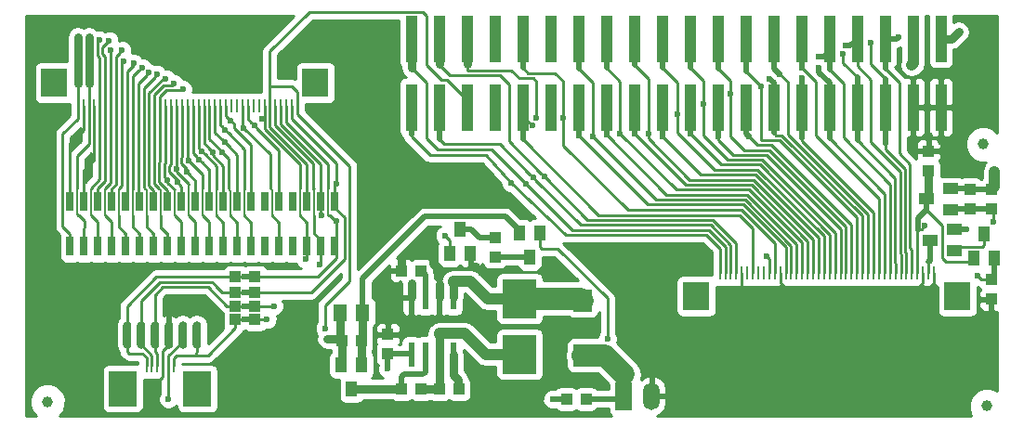
<source format=gbr>
G04 #@! TF.FileFunction,Copper,L1,Top,Signal*
%FSLAX46Y46*%
G04 Gerber Fmt 4.6, Leading zero omitted, Abs format (unit mm)*
G04 Created by KiCad (PCBNEW 4.1.0-alpha+201608211231+7083~46~ubuntu16.04.1-product) date Thu Aug 25 09:44:43 2016*
%MOMM*%
%LPD*%
G01*
G04 APERTURE LIST*
%ADD10C,0.600000*%
%ADD11C,0.900000*%
%ADD12R,1.500000X2.500000*%
%ADD13O,1.500000X2.500000*%
%ADD14R,3.048000X3.556000*%
%ADD15R,1.016000X1.016000*%
%ADD16R,1.270000X1.524000*%
%ADD17R,1.700000X2.000000*%
%ADD18R,1.000000X1.400000*%
%ADD19R,1.400000X1.000000*%
%ADD20R,0.250000X1.300000*%
%ADD21R,2.400000X2.600000*%
%ADD22R,0.600000X2.200000*%
%ADD23R,1.000000X4.250000*%
%ADD24C,1.000000*%
%ADD25O,0.762000X2.540000*%
%ADD26R,0.700000X1.800000*%
%ADD27R,0.780000X0.500000*%
%ADD28R,2.500000X3.200000*%
%ADD29C,0.600000*%
%ADD30C,2.032000*%
%ADD31C,0.508000*%
%ADD32C,1.000000*%
%ADD33C,0.254000*%
%ADD34C,0.762000*%
%ADD35C,0.250000*%
%ADD36C,0.152400*%
G04 APERTURE END LIST*
D10*
D11*
X121250000Y-78500000D03*
X120000000Y-78500000D03*
X88750000Y-78500000D03*
X87250000Y-78500000D03*
X91500000Y-64750000D03*
X91500000Y-63750000D03*
D12*
X115230000Y-77470000D03*
D13*
X117770000Y-77470000D03*
D14*
X105750000Y-73660000D03*
X105750000Y-68580000D03*
D11*
X134680000Y-70052000D03*
X133537000Y-70052000D03*
X132394000Y-70052000D03*
X94750000Y-59750000D03*
X98500000Y-66000000D03*
X101750000Y-65750000D03*
X144250000Y-54250000D03*
X143002000Y-53750000D03*
D15*
X96774000Y-66040000D03*
X94996000Y-66040000D03*
D16*
X89424000Y-69850000D03*
X91456000Y-69850000D03*
D17*
X111500000Y-73750000D03*
X111500000Y-68750000D03*
D18*
X106680000Y-64770000D03*
X105724960Y-62560200D03*
X107627420Y-62560200D03*
X90440000Y-76835000D03*
X89484960Y-74625200D03*
X91387420Y-74625200D03*
D19*
X142824200Y-59502540D03*
X145034000Y-58547500D03*
X145034000Y-60449960D03*
D20*
X65500000Y-51000000D03*
X66000000Y-51000000D03*
X66500000Y-51000000D03*
X67000000Y-51000000D03*
X67500000Y-51000000D03*
X68000000Y-51000000D03*
X68500000Y-51000000D03*
X69000000Y-51000000D03*
X69500000Y-51000000D03*
X70000000Y-51000000D03*
X70500000Y-51000000D03*
X71000000Y-51000000D03*
X71500000Y-51000000D03*
X72000000Y-51000000D03*
X72500000Y-51000000D03*
X73000000Y-51000000D03*
X73500000Y-51000000D03*
X74000000Y-51000000D03*
X74500000Y-51000000D03*
X75000000Y-51000000D03*
X75500000Y-51000000D03*
X76000000Y-51000000D03*
X76500000Y-51000000D03*
X77000000Y-51000000D03*
X77500000Y-51000000D03*
X78000000Y-51000000D03*
X78500000Y-51000000D03*
X79000000Y-51000000D03*
X79500000Y-51000000D03*
X80000000Y-51000000D03*
X80500000Y-51000000D03*
X81000000Y-51000000D03*
X81500000Y-51000000D03*
X82000000Y-51000000D03*
X82500000Y-51000000D03*
X83000000Y-51000000D03*
X83500000Y-51000000D03*
X84000000Y-51000000D03*
X84500000Y-51000000D03*
X85000000Y-51000000D03*
D21*
X63350000Y-48900000D03*
X87150000Y-48900000D03*
D20*
X143500000Y-66250000D03*
X143000000Y-66250000D03*
X142500000Y-66250000D03*
X142000000Y-66250000D03*
X141500000Y-66250000D03*
X141000000Y-66250000D03*
X140500000Y-66250000D03*
X140000000Y-66250000D03*
X139500000Y-66250000D03*
X139000000Y-66250000D03*
X138500000Y-66250000D03*
X138000000Y-66250000D03*
X137500000Y-66250000D03*
X137000000Y-66250000D03*
X136500000Y-66250000D03*
X136000000Y-66250000D03*
X135500000Y-66250000D03*
X135000000Y-66250000D03*
X134500000Y-66250000D03*
X134000000Y-66250000D03*
X133500000Y-66250000D03*
X133000000Y-66250000D03*
X132500000Y-66250000D03*
X132000000Y-66250000D03*
X131500000Y-66250000D03*
X131000000Y-66250000D03*
X130500000Y-66250000D03*
X130000000Y-66250000D03*
X129500000Y-66250000D03*
X129000000Y-66250000D03*
X128500000Y-66250000D03*
X128000000Y-66250000D03*
X127500000Y-66250000D03*
X127000000Y-66250000D03*
X126500000Y-66250000D03*
X126000000Y-66250000D03*
X125500000Y-66250000D03*
X125000000Y-66250000D03*
X124500000Y-66250000D03*
X124000000Y-66250000D03*
D21*
X145650000Y-68350000D03*
X121850000Y-68350000D03*
D18*
X148079460Y-62647640D03*
X149034500Y-64857440D03*
X147132040Y-64857440D03*
D19*
X143147640Y-63252540D03*
X145357440Y-62297500D03*
X145357440Y-64199960D03*
D18*
X100330000Y-62230000D03*
X101285040Y-64439800D03*
X99382580Y-64439800D03*
D15*
X111795000Y-77740000D03*
X110017000Y-77740000D03*
X94996000Y-76835000D03*
X96774000Y-76835000D03*
X98425000Y-76835000D03*
X100203000Y-76835000D03*
X93750000Y-73639000D03*
X93750000Y-71861000D03*
X89551000Y-72390000D03*
X91329000Y-72390000D03*
X146812000Y-58611000D03*
X146812000Y-60389000D03*
X148750000Y-66861000D03*
X148750000Y-68639000D03*
X103505000Y-64770000D03*
X103505000Y-62992000D03*
D22*
X99695000Y-68460000D03*
X98425000Y-68460000D03*
X97155000Y-68460000D03*
X95885000Y-68460000D03*
X95885000Y-73660000D03*
X97155000Y-73660000D03*
X98425000Y-73660000D03*
X99695000Y-73660000D03*
D23*
X144145000Y-44875000D03*
X144145000Y-51125000D03*
X141605000Y-44875000D03*
X141605000Y-51125000D03*
X139065000Y-44875000D03*
X139065000Y-51125000D03*
X136525000Y-44875000D03*
X136525000Y-51125000D03*
X133985000Y-44875000D03*
X133985000Y-51125000D03*
X131445000Y-44875000D03*
X131445000Y-51125000D03*
X128905000Y-44875000D03*
X128905000Y-51125000D03*
X126365000Y-44875000D03*
X126365000Y-51125000D03*
X123825000Y-44875000D03*
X123825000Y-51125000D03*
X121285000Y-44875000D03*
X121285000Y-51125000D03*
X118745000Y-44875000D03*
X118745000Y-51125000D03*
X116205000Y-44875000D03*
X116205000Y-51125000D03*
X113665000Y-44875000D03*
X113665000Y-51125000D03*
X111125000Y-44875000D03*
X111125000Y-51125000D03*
X108585000Y-44875000D03*
X108585000Y-51125000D03*
X106045000Y-44875000D03*
X106045000Y-51125000D03*
X103505000Y-44875000D03*
X103505000Y-51125000D03*
X100965000Y-44875000D03*
X100965000Y-51125000D03*
X98425000Y-44875000D03*
X98425000Y-51125000D03*
X95885000Y-44875000D03*
X95885000Y-51125000D03*
D15*
X148750000Y-58611000D03*
X148750000Y-60389000D03*
D24*
X62738000Y-77978000D03*
X148000000Y-54500000D03*
X148336000Y-78359000D03*
D15*
X143000000Y-56889000D03*
X143000000Y-55111000D03*
D11*
X141500000Y-54250000D03*
D25*
X76327000Y-71882000D03*
X75057000Y-71882000D03*
X73787000Y-71882000D03*
X72517000Y-71882000D03*
X71247000Y-71882000D03*
X69977000Y-71882000D03*
D26*
X88930000Y-59750000D03*
X88930000Y-63814000D03*
X87660000Y-59750000D03*
X87660000Y-63814000D03*
X86390000Y-59750000D03*
X86390000Y-63814000D03*
X85120000Y-59750000D03*
X85120000Y-63814000D03*
X83850000Y-59750000D03*
X83850000Y-63814000D03*
X82580000Y-59750000D03*
X82580000Y-63814000D03*
X81310000Y-59750000D03*
X81310000Y-63814000D03*
X80040000Y-59750000D03*
X80040000Y-63814000D03*
X78770000Y-59750000D03*
X78770000Y-63814000D03*
X77500000Y-59750000D03*
X77500000Y-63814000D03*
X64800000Y-63814000D03*
X64800000Y-59750000D03*
X66070000Y-63814000D03*
X66070000Y-59750000D03*
X67340000Y-63814000D03*
X67340000Y-59750000D03*
X68610000Y-63814000D03*
X68610000Y-59750000D03*
X69880000Y-63814000D03*
X69880000Y-59750000D03*
X71150000Y-63814000D03*
X71150000Y-59750000D03*
X72420000Y-63814000D03*
X72420000Y-59750000D03*
X73690000Y-63814000D03*
X73690000Y-59750000D03*
X74960000Y-63814000D03*
X74960000Y-59750000D03*
X76230000Y-63814000D03*
X76230000Y-59750000D03*
D15*
X79861000Y-70500000D03*
X81639000Y-70500000D03*
D27*
X80750000Y-70500000D03*
D15*
X79861000Y-68000000D03*
X81639000Y-68000000D03*
D27*
X80750000Y-68000000D03*
D15*
X79861000Y-69250000D03*
X81639000Y-69250000D03*
D27*
X80750000Y-69250000D03*
D15*
X79861000Y-66611000D03*
X81639000Y-66611000D03*
D27*
X80750000Y-66611000D03*
D20*
X74250000Y-74704000D03*
X73750000Y-74704000D03*
X73250000Y-74704000D03*
X72750000Y-74704000D03*
X72250000Y-74704000D03*
X71750000Y-74704000D03*
D28*
X76400000Y-76804000D03*
X69600000Y-76804000D03*
D29*
X115250000Y-75500000D03*
X146500000Y-62250000D03*
X66500000Y-56447641D03*
X65250000Y-53966229D03*
X72500000Y-76500000D03*
X88250000Y-72250000D03*
X65500000Y-44750000D03*
X145750000Y-44250000D03*
X73750000Y-77750000D03*
X66500000Y-44750000D03*
X149000000Y-57000000D03*
X141500000Y-47250000D03*
X113750000Y-72250000D03*
X148906108Y-61569086D03*
X142670473Y-61955496D03*
X128250000Y-64750000D03*
X108000000Y-57444593D03*
X83378000Y-69250000D03*
X87500000Y-65500000D03*
X104941098Y-58016434D03*
X89025139Y-58111573D03*
X106343550Y-58125616D03*
X89090127Y-61454606D03*
X106986526Y-57527650D03*
X82750000Y-70500000D03*
X87695599Y-61002385D03*
X88009985Y-71292376D03*
X147500000Y-66500000D03*
X98928960Y-62821040D03*
X86250000Y-65000000D03*
X107301431Y-52078474D03*
X82327000Y-52180777D03*
X106924940Y-52784359D03*
X81569966Y-52784362D03*
X109750000Y-52113614D03*
X80627314Y-53000000D03*
X77772631Y-55227369D03*
X116205000Y-53500000D03*
X76790467Y-55127789D03*
X117500000Y-53500000D03*
X76562312Y-55894577D03*
X118750000Y-53750000D03*
X120116471Y-51774183D03*
X75630892Y-56011678D03*
X78607247Y-55217304D03*
X114906754Y-53502766D03*
X78922207Y-54335437D03*
X113665000Y-53651573D03*
X79448947Y-52338542D03*
X111125000Y-53692381D03*
X78906484Y-53187616D03*
X112430392Y-53831236D03*
X70628120Y-47104430D03*
X133000000Y-47500000D03*
X133014238Y-46546149D03*
X69713533Y-46928108D03*
X68499486Y-45922739D03*
X135500000Y-45501030D03*
X135246704Y-46259874D03*
X69533402Y-45955040D03*
X137750000Y-45250000D03*
X68343358Y-45047020D03*
X140250000Y-44750000D03*
X67500000Y-45000000D03*
X71328049Y-47491881D03*
X131445000Y-47510005D03*
X71974849Y-47962697D03*
X131500000Y-48500000D03*
X72752663Y-48149842D03*
X129432489Y-48143105D03*
X128500000Y-48506070D03*
X73517167Y-48506070D03*
X127750000Y-49219268D03*
X74276224Y-48960080D03*
X126615000Y-53750000D03*
X75060479Y-49473438D03*
X73650446Y-57767211D03*
X125000000Y-49877000D03*
X74555992Y-57964608D03*
X123825000Y-53750000D03*
X74485534Y-56789018D03*
X122500000Y-50831010D03*
X75398361Y-56992287D03*
X121285000Y-53500000D03*
X93750000Y-75000000D03*
X108750000Y-77750000D03*
D30*
X111500000Y-73750000D02*
X113500000Y-73750000D01*
X113500000Y-73750000D02*
X115250000Y-75500000D01*
D31*
X111795000Y-77740000D02*
X114960000Y-77740000D01*
X114960000Y-77740000D02*
X115230000Y-77470000D01*
D32*
X115250000Y-75500000D02*
X115250000Y-77450000D01*
X115250000Y-77450000D02*
X115230000Y-77470000D01*
D31*
X145357440Y-62297500D02*
X146452500Y-62297500D01*
X146452500Y-62297500D02*
X146500000Y-62250000D01*
D33*
X143500000Y-66250000D02*
X143500000Y-67154000D01*
X143500000Y-67154000D02*
X140602000Y-70052000D01*
X140602000Y-70052000D02*
X135316396Y-70052000D01*
X135316396Y-70052000D02*
X134680000Y-70052000D01*
X142500000Y-66250000D02*
X142500000Y-67154000D01*
X142500000Y-67154000D02*
X139602000Y-70052000D01*
X139602000Y-70052000D02*
X135316396Y-70052000D01*
X129500000Y-66250000D02*
X129500000Y-67158000D01*
X129500000Y-67158000D02*
X132394000Y-70052000D01*
X126000000Y-68250000D02*
X127802000Y-70052000D01*
X127802000Y-70052000D02*
X132394000Y-70052000D01*
X126000000Y-66250000D02*
X126000000Y-68250000D01*
D34*
X97250000Y-64250000D02*
X97863001Y-64863001D01*
X97863001Y-64863001D02*
X97863001Y-65363001D01*
X97863001Y-65363001D02*
X98050001Y-65550001D01*
X98050001Y-65550001D02*
X98500000Y-66000000D01*
X95516000Y-64250000D02*
X97250000Y-64250000D01*
X94996000Y-66040000D02*
X94996000Y-64770000D01*
X94996000Y-64770000D02*
X95516000Y-64250000D01*
D35*
X66500000Y-56447641D02*
X66070000Y-56877641D01*
X67000000Y-55947641D02*
X66500000Y-56447641D01*
X65250000Y-53966229D02*
X64800000Y-54416229D01*
X66000000Y-53216229D02*
X65250000Y-53966229D01*
X67000000Y-51000000D02*
X67000000Y-55947641D01*
X66070000Y-56877641D02*
X66070000Y-58600000D01*
X66070000Y-58600000D02*
X66070000Y-59750000D01*
X66000000Y-51000000D02*
X66000000Y-53216229D01*
X64800000Y-54416229D02*
X64800000Y-58600000D01*
X64800000Y-58600000D02*
X64800000Y-59750000D01*
X73250000Y-74704000D02*
X73250000Y-75750000D01*
X73250000Y-75750000D02*
X72500000Y-76500000D01*
D34*
X98500000Y-67250000D02*
X98425000Y-67325000D01*
X98425000Y-68460000D02*
X98425000Y-67325000D01*
X95885000Y-68460000D02*
X95885000Y-67135000D01*
D35*
X73787000Y-71882000D02*
X73787000Y-72771000D01*
X73787000Y-72771000D02*
X73250000Y-73308000D01*
X73250000Y-73308000D02*
X73250000Y-73804000D01*
X73250000Y-73804000D02*
X73250000Y-74704000D01*
D31*
X97155000Y-68460000D02*
X97155000Y-66421000D01*
X97155000Y-66421000D02*
X96774000Y-66040000D01*
D35*
X65500000Y-51000000D02*
X65500000Y-52189743D01*
X64800000Y-62664000D02*
X64800000Y-63814000D01*
X65500000Y-52189743D02*
X64124999Y-53564744D01*
X64124999Y-53564744D02*
X64124999Y-61988999D01*
X64124999Y-61988999D02*
X64800000Y-62664000D01*
D34*
X88250000Y-72250000D02*
X89411000Y-72250000D01*
X89411000Y-72250000D02*
X89551000Y-72390000D01*
X89551000Y-72390000D02*
X89551000Y-74559160D01*
X89551000Y-74559160D02*
X89484960Y-74625200D01*
X89424000Y-69850000D02*
X89424000Y-72263000D01*
X89424000Y-72263000D02*
X89551000Y-72390000D01*
X65500000Y-49000000D02*
X65500000Y-44750000D01*
D35*
X65500000Y-51000000D02*
X65500000Y-49000000D01*
D34*
X144145000Y-44875000D02*
X145125000Y-44875000D01*
X145125000Y-44875000D02*
X145750000Y-44250000D01*
D31*
X105724960Y-62560200D02*
X105724960Y-62360200D01*
X91456000Y-66724810D02*
X91456000Y-68580000D01*
X105724960Y-62360200D02*
X104440759Y-61075999D01*
X104440759Y-61075999D02*
X97104811Y-61075999D01*
X97104811Y-61075999D02*
X91456000Y-66724810D01*
X91456000Y-68580000D02*
X91456000Y-69850000D01*
D34*
X91329000Y-72390000D02*
X91329000Y-74566780D01*
X91329000Y-74566780D02*
X91387420Y-74625200D01*
X91456000Y-69850000D02*
X91456000Y-72263000D01*
X91456000Y-72263000D02*
X91329000Y-72390000D01*
D35*
X66500000Y-51000000D02*
X66500000Y-54497130D01*
X66500000Y-54497130D02*
X65443799Y-55553331D01*
X65443799Y-55553331D02*
X65443799Y-58500000D01*
X73750000Y-74704000D02*
X73750000Y-77750000D01*
X66500000Y-51000000D02*
X66500000Y-49000000D01*
D34*
X66500000Y-44750000D02*
X66500000Y-49000000D01*
D32*
X149000000Y-57000000D02*
X149000000Y-58361000D01*
X149000000Y-58361000D02*
X148750000Y-58611000D01*
X141605000Y-44875000D02*
X141605000Y-47145000D01*
X141605000Y-47145000D02*
X141500000Y-47250000D01*
D31*
X146812000Y-58611000D02*
X148750000Y-58611000D01*
X145034000Y-58547500D02*
X146748500Y-58547500D01*
X146748500Y-58547500D02*
X146812000Y-58611000D01*
D35*
X75057000Y-71882000D02*
X75057000Y-72499448D01*
X75057000Y-72499448D02*
X73750000Y-73806448D01*
X73750000Y-73806448D02*
X73750000Y-74704000D01*
X66070000Y-63814000D02*
X66070000Y-62146002D01*
X66070000Y-62146002D02*
X66110001Y-62106001D01*
X66110001Y-62106001D02*
X66110001Y-61457999D01*
X66110001Y-61457999D02*
X65627003Y-60975001D01*
X65627003Y-60975001D02*
X65554779Y-60975001D01*
X65554779Y-60975001D02*
X65443799Y-60864021D01*
D36*
X65443799Y-58500000D02*
X65443799Y-60864021D01*
D33*
X107750000Y-64000000D02*
X107627420Y-63877420D01*
X107627420Y-63877420D02*
X107627420Y-62560200D01*
X109188602Y-64000000D02*
X107750000Y-64000000D01*
X113750000Y-72250000D02*
X113750000Y-68561398D01*
X113750000Y-68561398D02*
X109188602Y-64000000D01*
X148906108Y-61569086D02*
X148906108Y-60545108D01*
X148906108Y-60545108D02*
X148750000Y-60389000D01*
D31*
X146812000Y-60389000D02*
X145094960Y-60389000D01*
X145094960Y-60389000D02*
X145034000Y-60449960D01*
X148750000Y-60389000D02*
X146812000Y-60389000D01*
D32*
X101250000Y-67000000D02*
X99750000Y-67000000D01*
X99750000Y-67000000D02*
X99695000Y-67055000D01*
X102830000Y-68580000D02*
X101250000Y-67000000D01*
X105750000Y-68580000D02*
X102830000Y-68580000D01*
D30*
X105750000Y-68580000D02*
X111330000Y-68580000D01*
X111330000Y-68580000D02*
X111500000Y-68750000D01*
D34*
X99695000Y-68460000D02*
X99695000Y-67055000D01*
D31*
X103505000Y-64770000D02*
X106680000Y-64770000D01*
X95250000Y-75500000D02*
X94996000Y-75754000D01*
X94996000Y-75754000D02*
X94996000Y-76835000D01*
X96923000Y-75500000D02*
X95250000Y-75500000D01*
X97155000Y-73660000D02*
X97155000Y-75268000D01*
X97155000Y-75268000D02*
X96923000Y-75500000D01*
D34*
X90440000Y-76835000D02*
X94996000Y-76835000D01*
D33*
X142824200Y-60510540D02*
X144250000Y-61936340D01*
X144250000Y-61936340D02*
X144250000Y-64881122D01*
X144618878Y-65250000D02*
X147000000Y-65250000D01*
X144250000Y-64881122D02*
X144618878Y-65250000D01*
X147000000Y-65250000D02*
X147132040Y-65117960D01*
X147132040Y-65117960D02*
X147132040Y-64857440D01*
D34*
X143000000Y-56889000D02*
X143000000Y-59326740D01*
X143000000Y-59326740D02*
X142824200Y-59502540D01*
D33*
X142079010Y-62268673D02*
X142095155Y-62252528D01*
X142370474Y-62255495D02*
X142670473Y-61955496D01*
X142095155Y-62252528D02*
X142098122Y-62255495D01*
X142079010Y-62303968D02*
X142079010Y-62268673D01*
X142098122Y-62255495D02*
X142370474Y-62255495D01*
X142000000Y-66250000D02*
X142000000Y-62347683D01*
X142000000Y-62347683D02*
X142095155Y-62252528D01*
X128500000Y-66250000D02*
X128500000Y-65000000D01*
X128500000Y-65000000D02*
X128250000Y-64750000D01*
D31*
X142079010Y-61255730D02*
X142079010Y-62303968D01*
X142824200Y-59502540D02*
X142824200Y-60510540D01*
X142824200Y-60510540D02*
X142079010Y-61255730D01*
D35*
X107700001Y-57144594D02*
X108000000Y-57444593D01*
X104805407Y-54250000D02*
X107700001Y-57144594D01*
X104805407Y-49055407D02*
X104805407Y-54250000D01*
X103970988Y-48220988D02*
X104805407Y-49055407D01*
X99374325Y-48220988D02*
X103970988Y-48220988D01*
X98425000Y-47271663D02*
X99374325Y-48220988D01*
X98425000Y-44875000D02*
X98425000Y-47271663D01*
D34*
X98425000Y-44875000D02*
X98425000Y-47175000D01*
D33*
X79861000Y-69250000D02*
X80750000Y-69250000D01*
X79861000Y-69250000D02*
X81639000Y-69250000D01*
D35*
X72517000Y-71882000D02*
X72517000Y-73402000D01*
X72517000Y-73402000D02*
X72750000Y-73635000D01*
X72750000Y-73635000D02*
X72750000Y-73804000D01*
X72750000Y-73804000D02*
X72750000Y-74704000D01*
X73238980Y-67511020D02*
X72517000Y-68233000D01*
X72517000Y-68233000D02*
X72517000Y-71882000D01*
X77364020Y-67511020D02*
X73238980Y-67511020D01*
X79861000Y-69250000D02*
X79103000Y-69250000D01*
X79103000Y-69250000D02*
X77364020Y-67511020D01*
X108000000Y-57444593D02*
X111955427Y-61400020D01*
D33*
X87660000Y-63814000D02*
X87660000Y-65340000D01*
X87660000Y-65340000D02*
X87500000Y-65500000D01*
X87660000Y-63814000D02*
X87660000Y-64968000D01*
X83378000Y-69250000D02*
X82401000Y-69250000D01*
X82401000Y-69250000D02*
X81639000Y-69250000D01*
D35*
X83511496Y-51011496D02*
X83511496Y-52810934D01*
X86975002Y-56274440D02*
X86975002Y-58524999D01*
X83511496Y-52810934D02*
X86975002Y-56274440D01*
X83500000Y-51000000D02*
X83511496Y-51011496D01*
X111955427Y-61400020D02*
X123337156Y-61400020D01*
X123337156Y-61400020D02*
X125500000Y-63562864D01*
X125500000Y-63562864D02*
X125500000Y-65350000D01*
X125500000Y-65350000D02*
X125500000Y-66250000D01*
D36*
X86975002Y-58524999D02*
X86975002Y-58587840D01*
X86975002Y-58587840D02*
X87016201Y-58629039D01*
X87016201Y-58629039D02*
X87016201Y-60958801D01*
X87016201Y-60958801D02*
X87000001Y-60975001D01*
D35*
X87000001Y-60975001D02*
X87025000Y-60950002D01*
X87660000Y-63814000D02*
X87660000Y-63264000D01*
X87660000Y-63264000D02*
X87000000Y-62604000D01*
X87000000Y-62604000D02*
X87000001Y-60975001D01*
X87000001Y-58524999D02*
X87025000Y-58549998D01*
X86975002Y-58524999D02*
X87000001Y-58524999D01*
X85000000Y-51000000D02*
X85000000Y-52205495D01*
X85000000Y-52205495D02*
X89025139Y-56230634D01*
X89025139Y-56230634D02*
X89025139Y-58111573D01*
X95885000Y-51125000D02*
X95885000Y-53810862D01*
X95885000Y-53810862D02*
X97574138Y-55500000D01*
X97574138Y-55500000D02*
X102691098Y-55500000D01*
X102691098Y-55500000D02*
X104941098Y-58016434D01*
D31*
X95885000Y-51125000D02*
X95885000Y-53635000D01*
D33*
X79861000Y-68000000D02*
X80750000Y-68000000D01*
X79861000Y-68000000D02*
X81639000Y-68000000D01*
D35*
X72250000Y-73774000D02*
X72250000Y-73804000D01*
X71247000Y-72771000D02*
X72250000Y-73774000D01*
X71247000Y-71882000D02*
X71247000Y-72771000D01*
X72250000Y-73804000D02*
X72250000Y-74704000D01*
X79861000Y-68000000D02*
X78662541Y-68000000D01*
X78662541Y-68000000D02*
X78061611Y-67399070D01*
X78061611Y-67399070D02*
X78061611Y-67379001D01*
X78061611Y-67379001D02*
X77743620Y-67061010D01*
X71247000Y-68753000D02*
X71247000Y-71882000D01*
X77743620Y-67061010D02*
X72938990Y-67061010D01*
X72938990Y-67061010D02*
X71247000Y-68753000D01*
D33*
X88930000Y-59750000D02*
X88930000Y-60300000D01*
X89820430Y-64965465D02*
X86785895Y-68000000D01*
X88930000Y-60300000D02*
X89820430Y-61190430D01*
X89820430Y-61190430D02*
X89820430Y-64965465D01*
X86785895Y-68000000D02*
X82401000Y-68000000D01*
X82401000Y-68000000D02*
X81639000Y-68000000D01*
D35*
X104941098Y-58016434D02*
X109965194Y-62774096D01*
D33*
X88930000Y-59750000D02*
X88930000Y-58206712D01*
X88930000Y-58206712D02*
X89025139Y-58111573D01*
D35*
X109965194Y-62774096D02*
X122774096Y-62774096D01*
X122774096Y-62774096D02*
X124000000Y-64000000D01*
X124000000Y-64000000D02*
X124000000Y-66250000D01*
X95885000Y-47500000D02*
X95885000Y-47543866D01*
X95885000Y-47543866D02*
X97250000Y-48908866D01*
X97250000Y-48908866D02*
X97250000Y-53941979D01*
X97250000Y-53941979D02*
X98258030Y-54950009D01*
X98258030Y-54950009D02*
X103167943Y-54950009D01*
X103167943Y-54950009D02*
X106043551Y-57825617D01*
X106043551Y-57825617D02*
X106343550Y-58125616D01*
D34*
X95885000Y-44875000D02*
X95885000Y-47500000D01*
D35*
X106643549Y-58425615D02*
X106343550Y-58125616D01*
X110542022Y-62324088D02*
X106643549Y-58425615D01*
X122988403Y-62324088D02*
X110542022Y-62324088D01*
X124500000Y-66250000D02*
X124500000Y-63835685D01*
X124500000Y-63835685D02*
X122988403Y-62324088D01*
D33*
X79861000Y-66611000D02*
X80750000Y-66611000D01*
X79861000Y-66611000D02*
X81639000Y-66611000D01*
D35*
X70173625Y-73598625D02*
X71364380Y-73598625D01*
X71364380Y-73598625D02*
X71750000Y-73984245D01*
X69977000Y-71882000D02*
X69977000Y-73402000D01*
X69977000Y-73402000D02*
X70173625Y-73598625D01*
X71750000Y-73984245D02*
X71750000Y-74704000D01*
X72639000Y-66611000D02*
X69977000Y-69273000D01*
X69977000Y-69273000D02*
X69977000Y-71882000D01*
X79861000Y-66611000D02*
X72639000Y-66611000D01*
D33*
X89090127Y-61878870D02*
X89090127Y-61454606D01*
X89090127Y-63738306D02*
X89090127Y-61878870D01*
X89014433Y-63814000D02*
X89055693Y-63772740D01*
X81639000Y-66611000D02*
X87336538Y-66611000D01*
X88930000Y-63814000D02*
X89014433Y-63814000D01*
X89055693Y-63772740D02*
X89090127Y-63738306D01*
X87336538Y-66611000D02*
X89055693Y-64891845D01*
X89055693Y-64891845D02*
X89055693Y-63772740D01*
D35*
X88295000Y-56321616D02*
X88295000Y-58547178D01*
X84500000Y-51000000D02*
X84500000Y-52526616D01*
X84500000Y-52526616D02*
X88295000Y-56321616D01*
D36*
X88295000Y-58547178D02*
X88295000Y-60950002D01*
X88295000Y-60950002D02*
X88319999Y-60975001D01*
D35*
X88970001Y-61470001D02*
X88475001Y-60975001D01*
X88475001Y-60975001D02*
X88319999Y-60975001D01*
X88295000Y-58547178D02*
X88295000Y-58549998D01*
D31*
X98425000Y-51125000D02*
X98425000Y-54034959D01*
D35*
X98425000Y-54034959D02*
X98890041Y-54500000D01*
X98890041Y-54500000D02*
X103958876Y-54500000D01*
X103958876Y-54500000D02*
X106686527Y-57227651D01*
X106686527Y-57227651D02*
X106986526Y-57527650D01*
X107286525Y-57827649D02*
X106986526Y-57527650D01*
X123174803Y-61874078D02*
X111332954Y-61874078D01*
X125000000Y-66250000D02*
X125000000Y-63699275D01*
X111332954Y-61874078D02*
X107286525Y-57827649D01*
X125000000Y-63699275D02*
X123174803Y-61874078D01*
D33*
X79861000Y-70500000D02*
X80750000Y-70500000D01*
X79861000Y-70500000D02*
X81639000Y-70500000D01*
D35*
X77369000Y-73750000D02*
X76250000Y-73750000D01*
X76250000Y-73750000D02*
X74490756Y-73750000D01*
X76327000Y-71882000D02*
X76327000Y-73402000D01*
X76327000Y-73402000D02*
X76250000Y-73479000D01*
X76250000Y-73479000D02*
X76250000Y-73750000D01*
X79861000Y-70500000D02*
X79861000Y-71258000D01*
X79861000Y-71258000D02*
X77369000Y-73750000D01*
X74250000Y-73990756D02*
X74250000Y-74704000D01*
X74490756Y-73750000D02*
X74250000Y-73990756D01*
D33*
X82750000Y-70500000D02*
X81639000Y-70500000D01*
X87660000Y-59750000D02*
X87660000Y-60966786D01*
X87660000Y-60966786D02*
X87695599Y-61002385D01*
D35*
X87660000Y-58600000D02*
X87660000Y-59750000D01*
X87660000Y-56323027D02*
X87660000Y-58600000D01*
X84000000Y-51000000D02*
X84000000Y-52663027D01*
X84000000Y-52663027D02*
X87660000Y-56323027D01*
D33*
X86596194Y-42422999D02*
X83000000Y-46019193D01*
X97250000Y-42750000D02*
X96922999Y-42422999D01*
X96922999Y-42422999D02*
X86596194Y-42422999D01*
X97250000Y-47250000D02*
X97250000Y-42750000D01*
X98623850Y-48623850D02*
X97250000Y-47250000D01*
X99137452Y-48623850D02*
X98623850Y-48623850D01*
X100965000Y-50451398D02*
X99137452Y-48623850D01*
X83000000Y-46019193D02*
X83000000Y-49250000D01*
X100965000Y-51125000D02*
X100965000Y-50451398D01*
X88009985Y-70868112D02*
X88009985Y-71292376D01*
X90274440Y-66967028D02*
X88009985Y-69231483D01*
X90274440Y-56535202D02*
X90274440Y-66967028D01*
X85500000Y-49750000D02*
X85500000Y-51760762D01*
X85000000Y-49250000D02*
X85500000Y-49750000D01*
X88009985Y-69231483D02*
X88009985Y-70868112D01*
X85500000Y-51760762D02*
X90274440Y-56535202D01*
X83000000Y-49250000D02*
X85000000Y-49250000D01*
X83000000Y-49250000D02*
X83000000Y-51000000D01*
X148750000Y-66861000D02*
X147861000Y-66861000D01*
X147861000Y-66861000D02*
X147500000Y-66500000D01*
D35*
X86390000Y-58600000D02*
X86390000Y-59750000D01*
X86390000Y-56325849D02*
X86390000Y-58600000D01*
X83000000Y-52935849D02*
X86390000Y-56325849D01*
X83000000Y-51000000D02*
X83000000Y-52935849D01*
D31*
X149034500Y-64857440D02*
X149034500Y-66576500D01*
X149034500Y-66576500D02*
X148750000Y-66861000D01*
D33*
X100965000Y-44875000D02*
X100965000Y-47714004D01*
X100965000Y-47714004D02*
X101000996Y-47750000D01*
X105000000Y-47750000D02*
X105750000Y-48500000D01*
X105750000Y-48500000D02*
X107000000Y-48500000D01*
X101000996Y-47750000D02*
X105000000Y-47750000D01*
X107000000Y-48500000D02*
X107301431Y-48801431D01*
X107301431Y-48801431D02*
X107301431Y-51654210D01*
X107301431Y-51654210D02*
X107301431Y-52078474D01*
D34*
X100965000Y-44875000D02*
X100965000Y-47215000D01*
D36*
X85729292Y-58546310D02*
X85769230Y-58586248D01*
X85769230Y-58586248D02*
X85769230Y-58623608D01*
X85769230Y-58623608D02*
X85763799Y-58629039D01*
X85763799Y-58629039D02*
X85763799Y-60870961D01*
X85763799Y-60870961D02*
X85769230Y-60876392D01*
X85769230Y-60876392D02*
X85769230Y-60983652D01*
X85769230Y-60983652D02*
X85752882Y-61000000D01*
D33*
X99228959Y-63121039D02*
X98928960Y-62821040D01*
X99382580Y-63274660D02*
X99228959Y-63121039D01*
X99382580Y-64439800D02*
X99382580Y-63274660D01*
X86390000Y-63814000D02*
X86390000Y-64860000D01*
X86390000Y-64860000D02*
X86250000Y-65000000D01*
X82430777Y-52180777D02*
X82327000Y-52180777D01*
X82500000Y-52250000D02*
X82430777Y-52180777D01*
D35*
X85729292Y-56301552D02*
X85729292Y-58546310D01*
X82500000Y-53072260D02*
X85729292Y-56301552D01*
X82500000Y-52250000D02*
X82500000Y-53072260D01*
X82500000Y-51000000D02*
X82500000Y-52250000D01*
X85752882Y-61000000D02*
X86390000Y-61637118D01*
X86390000Y-61637118D02*
X86390000Y-63814000D01*
D31*
X106045000Y-51125000D02*
X106045000Y-54045000D01*
D33*
X106045000Y-51904419D02*
X106624941Y-52484360D01*
X106045000Y-51125000D02*
X106045000Y-51904419D01*
X106624941Y-52484360D02*
X106924940Y-52784359D01*
D35*
X81269967Y-52484363D02*
X81569966Y-52784362D01*
X81000000Y-52214396D02*
X81269967Y-52484363D01*
X81869965Y-53084361D02*
X81569966Y-52784362D01*
X83850000Y-55064396D02*
X81869965Y-53084361D01*
X81000000Y-51000000D02*
X81000000Y-52214396D01*
X83850000Y-59750000D02*
X83850000Y-55064396D01*
X127000000Y-66250000D02*
X127000000Y-62159230D01*
X127000000Y-62159230D02*
X125790780Y-60950010D01*
X125790780Y-60950010D02*
X112950010Y-60950010D01*
X112950010Y-60950010D02*
X106045000Y-54045000D01*
D31*
X106045000Y-44875000D02*
X106045000Y-47545000D01*
D35*
X109750000Y-54612959D02*
X109750000Y-52113614D01*
X109750000Y-52113614D02*
X109750000Y-48750000D01*
X80627314Y-53000000D02*
X83042655Y-55415341D01*
X80500000Y-52872686D02*
X80627314Y-53000000D01*
X80500000Y-51000000D02*
X80500000Y-52872686D01*
X83042655Y-55415341D02*
X83042655Y-58534507D01*
X129000000Y-66250000D02*
X129000000Y-63522820D01*
X125977180Y-60500000D02*
X115637041Y-60500000D01*
X129000000Y-63522820D02*
X125977180Y-60500000D01*
X115637041Y-60500000D02*
X109750000Y-54612959D01*
X109750000Y-48750000D02*
X109000000Y-48000000D01*
X109000000Y-48000000D02*
X106500000Y-48000000D01*
X106500000Y-48000000D02*
X106045000Y-47545000D01*
D36*
X83223799Y-58646637D02*
X83223799Y-61000000D01*
D35*
X83223799Y-61000000D02*
X83850000Y-61626201D01*
X83850000Y-61626201D02*
X83850000Y-63814000D01*
D36*
X83042655Y-58534507D02*
X83223799Y-58646637D01*
D31*
X116205000Y-51125000D02*
X116205000Y-53500000D01*
D33*
X78770000Y-59750000D02*
X78770000Y-56469398D01*
X77472632Y-54927370D02*
X77772631Y-55227369D01*
X77472632Y-54884422D02*
X77472632Y-54927370D01*
X77772631Y-55472029D02*
X77772631Y-55227369D01*
X78770000Y-56469398D02*
X77772631Y-55472029D01*
X77000000Y-54411790D02*
X77472632Y-54884422D01*
X77000000Y-51000000D02*
X77000000Y-54411790D01*
D35*
X132000000Y-66250000D02*
X132000000Y-63323928D01*
X132000000Y-63323928D02*
X126876082Y-58200010D01*
X126876082Y-58200010D02*
X120905010Y-58200010D01*
X120905010Y-58200010D02*
X116205000Y-53500000D01*
X78770000Y-58669376D02*
X78770000Y-59750000D01*
D31*
X116205000Y-44875000D02*
X116205000Y-47250000D01*
D35*
X132500000Y-66250000D02*
X132500000Y-63187518D01*
X121257420Y-57750000D02*
X117500000Y-53992580D01*
X132500000Y-63187518D02*
X127062482Y-57750000D01*
X127062482Y-57750000D02*
X121257420Y-57750000D01*
X117500000Y-53992580D02*
X117500000Y-53500000D01*
D33*
X77090466Y-55427788D02*
X76790467Y-55127789D01*
X77090466Y-55431932D02*
X77090466Y-55427788D01*
X78143799Y-58610573D02*
X78143799Y-56485265D01*
X78143799Y-56485265D02*
X77090466Y-55431932D01*
X76500000Y-54837322D02*
X76790467Y-55127789D01*
X76500000Y-51000000D02*
X76500000Y-54837322D01*
D35*
X117500000Y-48545000D02*
X116205000Y-47250000D01*
X117500000Y-53500000D02*
X117500000Y-48545000D01*
D36*
X78143799Y-58610573D02*
X78143799Y-59050011D01*
X78143799Y-59050011D02*
X78143799Y-61000000D01*
D35*
X78143799Y-61000000D02*
X78770000Y-61626201D01*
X78770000Y-61626201D02*
X78770000Y-63814000D01*
D31*
X118745000Y-51125000D02*
X118745000Y-53745000D01*
X118745000Y-53745000D02*
X118750000Y-53750000D01*
D33*
X76262313Y-55594578D02*
X76562312Y-55894577D01*
X77500000Y-56832265D02*
X76862311Y-56194576D01*
X76000000Y-51000000D02*
X76000000Y-55332265D01*
X76000000Y-55332265D02*
X76262313Y-55594578D01*
X77500000Y-59750000D02*
X77500000Y-56832265D01*
X76862311Y-56194576D02*
X76562312Y-55894577D01*
D35*
X133000000Y-66250000D02*
X133000000Y-63051108D01*
X133000000Y-63051108D02*
X127218640Y-57269748D01*
X127218640Y-57269748D02*
X122260297Y-57269748D01*
X122260297Y-57269748D02*
X118745000Y-53754451D01*
X118745000Y-53754451D02*
X118745000Y-51125000D01*
D36*
X77500000Y-58697600D02*
X77500000Y-59750000D01*
X77500000Y-58570913D02*
X77500000Y-58697600D01*
D31*
X118745000Y-44875000D02*
X118745000Y-47509050D01*
D33*
X120116471Y-51774183D02*
X120116471Y-53391493D01*
X120116471Y-53391493D02*
X120093961Y-53414003D01*
X75500000Y-51000000D02*
X75500000Y-55880786D01*
X76865000Y-58546398D02*
X76865000Y-57245786D01*
X75500000Y-55880786D02*
X75630892Y-56011678D01*
X75930891Y-56311677D02*
X75630892Y-56011678D01*
X76865000Y-57245786D02*
X75930891Y-56311677D01*
D36*
X76856201Y-58425498D02*
X76865000Y-58546398D01*
X76865000Y-58546398D02*
X76865000Y-60950002D01*
D35*
X120093961Y-48858011D02*
X118745000Y-47509050D01*
X133500000Y-66250000D02*
X133500000Y-62863589D01*
X127456148Y-56819737D02*
X123499695Y-56819737D01*
X133500000Y-62863589D02*
X127456148Y-56819737D01*
X123499695Y-56819737D02*
X120093961Y-53414003D01*
X120093961Y-53414003D02*
X120093961Y-48858011D01*
X77500000Y-61585002D02*
X76865000Y-60950002D01*
X77500000Y-63814000D02*
X77500000Y-61585002D01*
D31*
X113665000Y-44875000D02*
X113665000Y-47563581D01*
D33*
X77500000Y-54026774D02*
X78607247Y-55134021D01*
X78907246Y-55517303D02*
X78607247Y-55217304D01*
X79250000Y-55860057D02*
X78907246Y-55517303D01*
X77500000Y-51000000D02*
X77500000Y-54026774D01*
X79250000Y-58524999D02*
X79250000Y-55860057D01*
X78607247Y-55134021D02*
X78607247Y-55217304D01*
D35*
X131500000Y-66250000D02*
X131500000Y-63460338D01*
X131500000Y-63460338D02*
X126689682Y-58650020D01*
X126689682Y-58650020D02*
X120054008Y-58650020D01*
X120054008Y-58650020D02*
X114906754Y-53502766D01*
X114906754Y-53502766D02*
X114906754Y-48805335D01*
X114906754Y-48805335D02*
X113665000Y-47563581D01*
X79250000Y-58512966D02*
X79250000Y-58524999D01*
D36*
X79413799Y-58751195D02*
X79413799Y-61000000D01*
D35*
X80040000Y-61626201D02*
X80040000Y-63814000D01*
X79413799Y-61000000D02*
X80040000Y-61626201D01*
D36*
X79250000Y-58524999D02*
X79413799Y-58751195D01*
D31*
X113665000Y-51125000D02*
X113665000Y-53651573D01*
D33*
X78622208Y-54035438D02*
X78922207Y-54335437D01*
X78000000Y-51000000D02*
X78000000Y-53413230D01*
X80040000Y-55453230D02*
X79222206Y-54635436D01*
X78000000Y-53413230D02*
X78622208Y-54035438D01*
X80040000Y-59750000D02*
X80040000Y-55453230D01*
X79222206Y-54635436D02*
X78922207Y-54335437D01*
D35*
X131000000Y-66250000D02*
X131000000Y-63596748D01*
X131000000Y-63596748D02*
X126503282Y-59100030D01*
X126503282Y-59100030D02*
X119113457Y-59100030D01*
X119113457Y-59100030D02*
X113665000Y-53651573D01*
X80040000Y-57441082D02*
X80040000Y-58600000D01*
X80040000Y-58600000D02*
X80040000Y-59750000D01*
D31*
X111125000Y-51125000D02*
X111125000Y-53692381D01*
D33*
X79748946Y-52638541D02*
X79448947Y-52338542D01*
X79000000Y-51904000D02*
X79434542Y-52338542D01*
X81310000Y-54576961D02*
X79748946Y-53015907D01*
X79434542Y-52338542D02*
X79448947Y-52338542D01*
X79000000Y-51000000D02*
X79000000Y-51904000D01*
X79748946Y-53015907D02*
X79748946Y-52638541D01*
X81310000Y-59750000D02*
X81310000Y-54576961D01*
D35*
X117432669Y-60000050D02*
X111424999Y-53992380D01*
X126113640Y-60000050D02*
X117432669Y-60000050D01*
X130000000Y-63886410D02*
X126113640Y-60000050D01*
X130000000Y-66250000D02*
X130000000Y-63886410D01*
X111424999Y-53992380D02*
X111125000Y-53692381D01*
X81310000Y-57438262D02*
X81310000Y-58600000D01*
X81310000Y-58600000D02*
X81310000Y-59750000D01*
D31*
X111125000Y-44875000D02*
X111125000Y-47602731D01*
D33*
X78606485Y-52887617D02*
X78906484Y-53187616D01*
X78500000Y-52781132D02*
X78606485Y-52887617D01*
X79206483Y-53487615D02*
X78906484Y-53187616D01*
X78500000Y-51000000D02*
X78500000Y-52781132D01*
X80683799Y-54964931D02*
X79206483Y-53487615D01*
X80683799Y-58500000D02*
X80683799Y-54964931D01*
D35*
X80683799Y-57448471D02*
X80683799Y-58500000D01*
X80683799Y-58500000D02*
X80683799Y-58646637D01*
X130500000Y-66250000D02*
X130500000Y-63750000D01*
X126300040Y-59550040D02*
X118149196Y-59550040D01*
X130500000Y-63750000D02*
X126300040Y-59550040D01*
X118149196Y-59550040D02*
X112430392Y-53831236D01*
X112430392Y-53831236D02*
X112430392Y-48908123D01*
X112430392Y-48908123D02*
X111125000Y-47602731D01*
D36*
X80683799Y-58646637D02*
X80683799Y-61000000D01*
D35*
X80683799Y-61000000D02*
X81310000Y-61626201D01*
X81310000Y-61626201D02*
X81310000Y-63814000D01*
D31*
X133985000Y-51125000D02*
X133985000Y-53985000D01*
X133000000Y-47500000D02*
X133000000Y-47924264D01*
X133000000Y-47924264D02*
X133985000Y-48909264D01*
X133985000Y-48909264D02*
X133985000Y-51125000D01*
D33*
X70628120Y-47261104D02*
X70628120Y-47104430D01*
X70000000Y-51000000D02*
X70000000Y-47889224D01*
X70000000Y-47889224D02*
X70628120Y-47261104D01*
D35*
X139000000Y-59000000D02*
X133985000Y-53985000D01*
X139000000Y-66250000D02*
X139000000Y-59000000D01*
X70000000Y-51000000D02*
X70000000Y-59630000D01*
X70000000Y-59630000D02*
X69880000Y-59750000D01*
D31*
X133985000Y-44875000D02*
X133985000Y-47735000D01*
X133438502Y-46546149D02*
X133014238Y-46546149D01*
X133500000Y-46484651D02*
X133438502Y-46546149D01*
X133500000Y-46409050D02*
X133500000Y-46484651D01*
D33*
X69500000Y-51000000D02*
X69500000Y-47141641D01*
X69500000Y-47141641D02*
X69713533Y-46928108D01*
X133500000Y-46409050D02*
X133909159Y-46409050D01*
X133909159Y-46409050D02*
X133985000Y-46484891D01*
X133985000Y-46484891D02*
X133985000Y-47250000D01*
D35*
X133985000Y-44875000D02*
X133985000Y-47250000D01*
X133985000Y-47250000D02*
X133985000Y-47735000D01*
X133985000Y-47735000D02*
X135250456Y-49000456D01*
X135250456Y-49000456D02*
X135250456Y-53904799D01*
X135250456Y-53904799D02*
X139500000Y-58154343D01*
X139500000Y-58154343D02*
X139500000Y-66250000D01*
D36*
X69245000Y-58549998D02*
X69245000Y-60950002D01*
D35*
X69880000Y-63814000D02*
X69880000Y-62664000D01*
X69880000Y-62664000D02*
X69250399Y-62034399D01*
X69250399Y-62034399D02*
X69250399Y-60955401D01*
X69250399Y-60955401D02*
X69245000Y-60950002D01*
X69500000Y-51000000D02*
X69500000Y-58294998D01*
X69500000Y-58294998D02*
X69245000Y-58549998D01*
D33*
X68500000Y-45923253D02*
X68499486Y-45922739D01*
X68500000Y-51000000D02*
X68500000Y-45923253D01*
D35*
X140418606Y-56981830D02*
X137750000Y-54313224D01*
X136525000Y-47394059D02*
X136525000Y-47250000D01*
X137750000Y-54313224D02*
X137750000Y-48619059D01*
X136525000Y-47250000D02*
X136525000Y-44875000D01*
X137750000Y-48619059D02*
X136525000Y-47394059D01*
X140500000Y-64557027D02*
X140418606Y-64475633D01*
X140500000Y-66250000D02*
X140500000Y-64557027D01*
X140418606Y-64475633D02*
X140418606Y-56981830D01*
D31*
X135500000Y-45501030D02*
X135898970Y-45501030D01*
X135898970Y-45501030D02*
X136525000Y-44875000D01*
D36*
X67975000Y-58549998D02*
X67975000Y-60950002D01*
D35*
X68610000Y-63814000D02*
X68610000Y-61585002D01*
X68610000Y-61585002D02*
X67975000Y-60950002D01*
X68500000Y-51000000D02*
X68500000Y-58022178D01*
X68500000Y-58022178D02*
X67983799Y-58538379D01*
X67983799Y-58538379D02*
X67983799Y-58541199D01*
X67983799Y-58541199D02*
X67975000Y-58549998D01*
D31*
X136525000Y-51125000D02*
X136525000Y-54137678D01*
X136525000Y-48414238D02*
X136525000Y-51125000D01*
D33*
X69000000Y-50096000D02*
X68956599Y-50052599D01*
X69000000Y-51000000D02*
X69000000Y-50096000D01*
X68956599Y-50052599D02*
X68956599Y-46531843D01*
X69233403Y-46255039D02*
X69533402Y-45955040D01*
X68956599Y-46531843D02*
X69233403Y-46255039D01*
D35*
X140000000Y-65350000D02*
X140000000Y-66250000D01*
X139968596Y-57581274D02*
X139968596Y-65318596D01*
X136525000Y-54137678D02*
X139968596Y-57581274D01*
X139968596Y-65318596D02*
X140000000Y-65350000D01*
D33*
X135246704Y-46259874D02*
X135246704Y-47135942D01*
X135246704Y-47135942D02*
X136525000Y-48414238D01*
D35*
X69000000Y-51000000D02*
X69000000Y-58158588D01*
X69000000Y-58158588D02*
X68610000Y-58548588D01*
X68610000Y-58548588D02*
X68610000Y-58600000D01*
X68610000Y-58600000D02*
X68610000Y-59750000D01*
D33*
X139065000Y-54988986D02*
X139065000Y-54500000D01*
D31*
X139065000Y-51125000D02*
X139065000Y-54500000D01*
X139065000Y-48530135D02*
X139065000Y-51125000D01*
D33*
X68000000Y-51000000D02*
X68000000Y-46483604D01*
X68000000Y-46483604D02*
X67756644Y-46240248D01*
X67756644Y-46240248D02*
X67756644Y-45633734D01*
X67756644Y-45633734D02*
X68043359Y-45347019D01*
X68043359Y-45347019D02*
X68343358Y-45047020D01*
X141000000Y-66250000D02*
X141000000Y-64417787D01*
X140870616Y-64288403D02*
X140870616Y-56794602D01*
X140870616Y-56794602D02*
X139065000Y-54988986D01*
X141000000Y-64417787D02*
X140870616Y-64288403D01*
X139065000Y-48530135D02*
X137750000Y-47215135D01*
X137750000Y-47215135D02*
X137750000Y-45674264D01*
X137750000Y-45674264D02*
X137750000Y-45250000D01*
D35*
X68000000Y-51000000D02*
X68000000Y-57848987D01*
X68000000Y-57848987D02*
X67340000Y-58508987D01*
X67340000Y-58508987D02*
X67340000Y-58600000D01*
X67340000Y-58600000D02*
X67340000Y-59750000D01*
D31*
X139065000Y-44875000D02*
X139065000Y-47637827D01*
D33*
X67302633Y-46428305D02*
X67302633Y-45197367D01*
X67500000Y-51000000D02*
X67500000Y-46625672D01*
X67500000Y-46625672D02*
X67302633Y-46428305D01*
X67302633Y-45197367D02*
X67500000Y-45000000D01*
D35*
X141500000Y-66250000D02*
X141500000Y-64144820D01*
X141322626Y-63967446D02*
X141322626Y-56325898D01*
X141500000Y-64144820D02*
X141322626Y-63967446D01*
X141322626Y-56325898D02*
X140339979Y-55343251D01*
X140339979Y-55343251D02*
X140339979Y-48912806D01*
X140339979Y-48912806D02*
X139065000Y-47637827D01*
D31*
X139065000Y-44875000D02*
X140125000Y-44875000D01*
X140125000Y-44875000D02*
X140250000Y-44750000D01*
D36*
X66696201Y-58500000D02*
X66705000Y-60950002D01*
D35*
X67340000Y-63814000D02*
X67340000Y-61585002D01*
X67340000Y-61585002D02*
X66705000Y-60950002D01*
X67500000Y-51000000D02*
X67500000Y-57696201D01*
X67500000Y-57696201D02*
X66696201Y-58500000D01*
D31*
X131445000Y-44875000D02*
X131445000Y-47510005D01*
D33*
X71028050Y-47791880D02*
X71328049Y-47491881D01*
X70500000Y-48319930D02*
X71028050Y-47791880D01*
X70500000Y-51000000D02*
X70500000Y-48319930D01*
D35*
X138500000Y-66250000D02*
X138500000Y-59462590D01*
X138500000Y-59462590D02*
X132750000Y-53712590D01*
X132750000Y-53712590D02*
X132750000Y-48815005D01*
X132750000Y-48815005D02*
X131445000Y-47510005D01*
D36*
X70523799Y-58646637D02*
X70515000Y-60950002D01*
D35*
X71150000Y-63814000D02*
X71150000Y-62664000D01*
X71150000Y-62664000D02*
X70523799Y-62037799D01*
X70523799Y-62037799D02*
X70523799Y-60958801D01*
X70523799Y-60958801D02*
X70515000Y-60950002D01*
X70500000Y-51000000D02*
X70500000Y-58622838D01*
X70500000Y-58622838D02*
X70523799Y-58646637D01*
X131445000Y-54195000D02*
X131445000Y-54000000D01*
D31*
X131445000Y-51125000D02*
X131445000Y-54000000D01*
X131500000Y-48500000D02*
X131500000Y-51070000D01*
X131500000Y-51070000D02*
X131445000Y-51125000D01*
D33*
X71000000Y-51000000D02*
X71000000Y-48937546D01*
X71674850Y-48262696D02*
X71974849Y-47962697D01*
X71000000Y-48937546D02*
X71674850Y-48262696D01*
D35*
X138000000Y-60750000D02*
X131445000Y-54195000D01*
X138000000Y-66250000D02*
X138000000Y-60750000D01*
X71000000Y-51000000D02*
X71000000Y-59600000D01*
X71000000Y-59600000D02*
X71150000Y-59750000D01*
D31*
X128905000Y-44875000D02*
X128905000Y-47615616D01*
X128905000Y-47615616D02*
X129432489Y-48143105D01*
D33*
X71500000Y-51000000D02*
X71500000Y-49402505D01*
X71500000Y-49402505D02*
X72452664Y-48449841D01*
X72452664Y-48449841D02*
X72752663Y-48149842D01*
D35*
X130250000Y-48817511D02*
X129432489Y-48143105D01*
X137500000Y-66250000D02*
X137500000Y-60886410D01*
X137500000Y-60886410D02*
X130250000Y-53636410D01*
X130250000Y-53636410D02*
X130250000Y-48817511D01*
D36*
X71776201Y-58629039D02*
X71776201Y-61000000D01*
D35*
X72420000Y-62664000D02*
X71776201Y-62020201D01*
X72420000Y-63814000D02*
X72420000Y-62664000D01*
X71776201Y-62020201D02*
X71776201Y-61000000D01*
D36*
X71618634Y-58528528D02*
X71776201Y-58629039D01*
D35*
X71500000Y-51000000D02*
X71500000Y-58409894D01*
X71549990Y-58459884D02*
X71618634Y-58528528D01*
X71500000Y-58409894D02*
X71549990Y-58459884D01*
D31*
X128905000Y-51125000D02*
X128905000Y-53480279D01*
X128500000Y-48506070D02*
X128905000Y-48911070D01*
X128905000Y-48911070D02*
X128905000Y-51125000D01*
D33*
X73338677Y-48506070D02*
X73517167Y-48506070D01*
X72000000Y-51000000D02*
X72000000Y-49844747D01*
X72000000Y-49844747D02*
X73338677Y-48506070D01*
D35*
X129102541Y-53677820D02*
X129655000Y-53677820D01*
X128905000Y-53480279D02*
X129102541Y-53677820D01*
X137000000Y-65350000D02*
X137000000Y-66250000D01*
X129655000Y-53677820D02*
X137000000Y-61022820D01*
X137000000Y-61022820D02*
X137000000Y-65350000D01*
X72420000Y-58693484D02*
X72420000Y-59750000D01*
X72000000Y-51000000D02*
X72000000Y-58273484D01*
X72000000Y-58273484D02*
X72420000Y-58693484D01*
X72420000Y-58693484D02*
X72420000Y-58774455D01*
D36*
X72420000Y-58774455D02*
X72420000Y-59750000D01*
D31*
X126365000Y-44875000D02*
X126365000Y-47834268D01*
D35*
X72500000Y-51000000D02*
X72500000Y-55919110D01*
X72468987Y-58106061D02*
X72890044Y-58527118D01*
X72500000Y-55919110D02*
X72468987Y-55950123D01*
X72468987Y-55950123D02*
X72468987Y-58106061D01*
D33*
X72500000Y-51000000D02*
X72500000Y-49986815D01*
X72500000Y-49986815D02*
X73353744Y-49133071D01*
X73353744Y-49133071D02*
X74103233Y-49133071D01*
X74103233Y-49133071D02*
X74276224Y-48960080D01*
D35*
X129468601Y-54127831D02*
X128916141Y-54127831D01*
X127750000Y-54119671D02*
X127750000Y-49219268D01*
X128907981Y-54119671D02*
X127750000Y-54119671D01*
X136500000Y-61159230D02*
X129468601Y-54127831D01*
X136500000Y-66250000D02*
X136500000Y-61159230D01*
X127750000Y-49219268D02*
X126365000Y-47834268D01*
X128916141Y-54127831D02*
X128907981Y-54119671D01*
X73690000Y-63814000D02*
X73690000Y-62664000D01*
X73690000Y-62664000D02*
X73030001Y-62004001D01*
X73030001Y-62004001D02*
X73030001Y-60975001D01*
D36*
X72890044Y-58527118D02*
X73063799Y-58646637D01*
X73063799Y-58646637D02*
X73063799Y-62135399D01*
X73063799Y-62135399D02*
X73690000Y-62761600D01*
X73690000Y-62761600D02*
X73690000Y-63814000D01*
D31*
X126365000Y-51125000D02*
X126365000Y-53500000D01*
X126365000Y-53500000D02*
X126615000Y-53750000D01*
D35*
X72918997Y-56136522D02*
X72918997Y-57919661D01*
X73000000Y-51000000D02*
X73000000Y-56055517D01*
X73000000Y-56055517D02*
X72918997Y-56136522D01*
X73690000Y-58690664D02*
X73690000Y-59750000D01*
X72918997Y-57919661D02*
X73690000Y-58690664D01*
X127434682Y-54569682D02*
X126615000Y-53750000D01*
D33*
X73000000Y-50128881D02*
X73541800Y-49587081D01*
X73541800Y-49587081D02*
X74946836Y-49587081D01*
X74946836Y-49587081D02*
X75060479Y-49473438D01*
X73000000Y-51000000D02*
X73000000Y-50128881D01*
D35*
X136000000Y-61848101D02*
X128721581Y-54569682D01*
X136000000Y-66250000D02*
X136000000Y-61848101D01*
X128721581Y-54569682D02*
X127434682Y-54569682D01*
D31*
X123825000Y-44875000D02*
X123825000Y-47575000D01*
D33*
X74333799Y-58629039D02*
X74292459Y-58629039D01*
X73500000Y-56194757D02*
X73371007Y-56323750D01*
X73500000Y-51000000D02*
X73500000Y-56194757D01*
X73371007Y-57487772D02*
X73650446Y-57767211D01*
X74292459Y-58629039D02*
X73650446Y-57987026D01*
X73650446Y-57987026D02*
X73650446Y-57767211D01*
X73371007Y-56323750D02*
X73371007Y-57487772D01*
D35*
X125000000Y-53750000D02*
X125000000Y-49877000D01*
X125000000Y-49877000D02*
X125000000Y-48750000D01*
X125000000Y-48750000D02*
X123825000Y-47575000D01*
X126269693Y-55019693D02*
X125000000Y-53750000D01*
X128535181Y-55019693D02*
X126269693Y-55019693D01*
X135500000Y-61984512D02*
X128535181Y-55019693D01*
X135500000Y-66250000D02*
X135500000Y-61984512D01*
D36*
X74333799Y-58629039D02*
X74325000Y-60950002D01*
D35*
X74960000Y-63814000D02*
X74960000Y-61585002D01*
X74960000Y-61585002D02*
X74325000Y-60950002D01*
D31*
X123825000Y-51125000D02*
X123825000Y-53750000D01*
D33*
X74960000Y-58368616D02*
X74855991Y-58264607D01*
X73825018Y-57033554D02*
X74555992Y-57764528D01*
X74555992Y-57764528D02*
X74555992Y-57964608D01*
X74855991Y-58264607D02*
X74555992Y-57964608D01*
X74000000Y-51000000D02*
X74000000Y-56336825D01*
X74960000Y-59750000D02*
X74960000Y-58368616D01*
X74000000Y-56336825D02*
X73825018Y-56511807D01*
X73825018Y-56511807D02*
X73825018Y-57033554D01*
D35*
X123825000Y-53750000D02*
X123825000Y-54090464D01*
X123825000Y-54090464D02*
X125204240Y-55469704D01*
X125204240Y-55469704D02*
X128219704Y-55469704D01*
X128219704Y-55469704D02*
X135000000Y-62250000D01*
X135000000Y-62250000D02*
X135000000Y-65350000D01*
X135000000Y-65350000D02*
X135000000Y-66250000D01*
X74960000Y-58687844D02*
X74960000Y-59750000D01*
D31*
X121285000Y-44875000D02*
X121285000Y-47553634D01*
X121285000Y-47553634D02*
X121288198Y-47556832D01*
D33*
X74464235Y-51939765D02*
X74464235Y-56767719D01*
X74464235Y-56767719D02*
X74485534Y-56789018D01*
X74500000Y-51904000D02*
X74464235Y-51939765D01*
X75603799Y-58169864D02*
X75603799Y-58125687D01*
X74500000Y-51000000D02*
X74500000Y-51904000D01*
X74485534Y-57007422D02*
X74485534Y-56789018D01*
X75603799Y-58125687D02*
X74485534Y-57007422D01*
D35*
X122500000Y-53709606D02*
X122500000Y-50831010D01*
X122500000Y-50831010D02*
X122500000Y-48751705D01*
X134500000Y-66250000D02*
X134500000Y-62590767D01*
X122500000Y-48751705D02*
X121285000Y-47536705D01*
X134500000Y-62590767D02*
X127828948Y-55919715D01*
X127828948Y-55919715D02*
X124710109Y-55919715D01*
X121285000Y-47250000D02*
X121285000Y-44875000D01*
X124710109Y-55919715D02*
X122500000Y-53709606D01*
X121285000Y-47536705D02*
X121285000Y-47250000D01*
D36*
X75603799Y-58169864D02*
X75595000Y-60950002D01*
D35*
X76230000Y-63814000D02*
X76230000Y-61585002D01*
X76230000Y-61585002D02*
X75595000Y-60950002D01*
D31*
X121285000Y-51125000D02*
X121285000Y-53500000D01*
D33*
X75000000Y-55628961D02*
X74918245Y-55710716D01*
X75000000Y-51000000D02*
X75000000Y-55628961D01*
X74918245Y-55710716D02*
X74918245Y-56273710D01*
X74918245Y-56273710D02*
X75398361Y-56753826D01*
X75698360Y-57292286D02*
X75398361Y-56992287D01*
X75398361Y-56753826D02*
X75398361Y-56992287D01*
X76230000Y-59750000D02*
X76230000Y-57823926D01*
X76230000Y-57823926D02*
X75698360Y-57292286D01*
D35*
X134000000Y-62727178D02*
X127642548Y-56369726D01*
X134000000Y-66250000D02*
X134000000Y-62727178D01*
X124154726Y-56369726D02*
X121285000Y-53500000D01*
X127642548Y-56369726D02*
X124154726Y-56369726D01*
D31*
X143000000Y-65250000D02*
X143147640Y-65102360D01*
X143147640Y-65102360D02*
X143147640Y-63252540D01*
D33*
X143000000Y-66250000D02*
X143000000Y-65250000D01*
X147919561Y-63830439D02*
X148079460Y-63670540D01*
X148079460Y-63670540D02*
X148079460Y-62647640D01*
X145357440Y-64199960D02*
X145726961Y-63830439D01*
X145726961Y-63830439D02*
X147919561Y-63830439D01*
D31*
X100330000Y-62230000D02*
X101338000Y-62230000D01*
X101338000Y-62230000D02*
X102100000Y-62992000D01*
X102100000Y-62992000D02*
X103505000Y-62992000D01*
X93750000Y-75000000D02*
X93750000Y-73639000D01*
X110017000Y-77740000D02*
X108760000Y-77740000D01*
X108760000Y-77740000D02*
X108750000Y-77750000D01*
X93750000Y-73639000D02*
X95864000Y-73639000D01*
X95864000Y-73639000D02*
X95885000Y-73660000D01*
D34*
X100173000Y-76000000D02*
X100173000Y-76805000D01*
X100173000Y-76805000D02*
X100203000Y-76835000D01*
X99695000Y-73660000D02*
X99695000Y-75522000D01*
X99695000Y-75522000D02*
X100173000Y-76000000D01*
D32*
X100750000Y-71750000D02*
X98473000Y-71750000D01*
X98473000Y-71750000D02*
X98425000Y-71798000D01*
X102660000Y-73660000D02*
X100750000Y-71750000D01*
X105750000Y-73660000D02*
X102660000Y-73660000D01*
D34*
X98425000Y-73660000D02*
X98425000Y-71798000D01*
X98425000Y-73660000D02*
X98425000Y-76835000D01*
X96774000Y-76835000D02*
X98425000Y-76835000D01*
D33*
G36*
X109829731Y-63507151D02*
X109965194Y-63534096D01*
X122459294Y-63534096D01*
X123240000Y-64314802D01*
X123240000Y-65537459D01*
X123227560Y-65600000D01*
X123227560Y-66437879D01*
X123050000Y-66402560D01*
X120650000Y-66402560D01*
X120402235Y-66451843D01*
X120192191Y-66592191D01*
X120051843Y-66802235D01*
X120002560Y-67050000D01*
X120002560Y-69650000D01*
X120051843Y-69897765D01*
X120192191Y-70107809D01*
X120402235Y-70248157D01*
X120650000Y-70297440D01*
X123050000Y-70297440D01*
X123297765Y-70248157D01*
X123507809Y-70107809D01*
X123648157Y-69897765D01*
X123697440Y-69650000D01*
X123697440Y-67512121D01*
X123875000Y-67547440D01*
X124125000Y-67547440D01*
X124250000Y-67522576D01*
X124375000Y-67547440D01*
X124625000Y-67547440D01*
X124750000Y-67522576D01*
X124875000Y-67547440D01*
X125125000Y-67547440D01*
X125250000Y-67522576D01*
X125375000Y-67547440D01*
X125625000Y-67547440D01*
X125728853Y-67526783D01*
X125748691Y-67535000D01*
X125778750Y-67535000D01*
X125801397Y-67512353D01*
X125872765Y-67498157D01*
X126000000Y-67413141D01*
X126127235Y-67498157D01*
X126198603Y-67512353D01*
X126221250Y-67535000D01*
X126251309Y-67535000D01*
X126271147Y-67526783D01*
X126375000Y-67547440D01*
X126625000Y-67547440D01*
X126750000Y-67522576D01*
X126875000Y-67547440D01*
X127125000Y-67547440D01*
X127250000Y-67522576D01*
X127375000Y-67547440D01*
X127625000Y-67547440D01*
X127750000Y-67522576D01*
X127875000Y-67547440D01*
X128125000Y-67547440D01*
X128250000Y-67522576D01*
X128375000Y-67547440D01*
X128625000Y-67547440D01*
X128750000Y-67522576D01*
X128875000Y-67547440D01*
X129125000Y-67547440D01*
X129228853Y-67526783D01*
X129248691Y-67535000D01*
X129278750Y-67535000D01*
X129301397Y-67512353D01*
X129372765Y-67498157D01*
X129500000Y-67413141D01*
X129627235Y-67498157D01*
X129698603Y-67512353D01*
X129721250Y-67535000D01*
X129751309Y-67535000D01*
X129771147Y-67526783D01*
X129875000Y-67547440D01*
X130125000Y-67547440D01*
X130250000Y-67522576D01*
X130375000Y-67547440D01*
X130625000Y-67547440D01*
X130750000Y-67522576D01*
X130875000Y-67547440D01*
X131125000Y-67547440D01*
X131250000Y-67522576D01*
X131375000Y-67547440D01*
X131625000Y-67547440D01*
X131750000Y-67522576D01*
X131875000Y-67547440D01*
X132125000Y-67547440D01*
X132250000Y-67522576D01*
X132375000Y-67547440D01*
X132625000Y-67547440D01*
X132750000Y-67522576D01*
X132875000Y-67547440D01*
X133125000Y-67547440D01*
X133250000Y-67522576D01*
X133375000Y-67547440D01*
X133625000Y-67547440D01*
X133750000Y-67522576D01*
X133875000Y-67547440D01*
X134125000Y-67547440D01*
X134250000Y-67522576D01*
X134375000Y-67547440D01*
X134625000Y-67547440D01*
X134750000Y-67522576D01*
X134875000Y-67547440D01*
X135125000Y-67547440D01*
X135250000Y-67522576D01*
X135375000Y-67547440D01*
X135625000Y-67547440D01*
X135750000Y-67522576D01*
X135875000Y-67547440D01*
X136125000Y-67547440D01*
X136250000Y-67522576D01*
X136375000Y-67547440D01*
X136625000Y-67547440D01*
X136750000Y-67522576D01*
X136875000Y-67547440D01*
X137125000Y-67547440D01*
X137250000Y-67522576D01*
X137375000Y-67547440D01*
X137625000Y-67547440D01*
X137750000Y-67522576D01*
X137875000Y-67547440D01*
X138125000Y-67547440D01*
X138250000Y-67522576D01*
X138375000Y-67547440D01*
X138625000Y-67547440D01*
X138750000Y-67522576D01*
X138875000Y-67547440D01*
X139125000Y-67547440D01*
X139250000Y-67522576D01*
X139375000Y-67547440D01*
X139625000Y-67547440D01*
X139750000Y-67522576D01*
X139875000Y-67547440D01*
X140125000Y-67547440D01*
X140250000Y-67522576D01*
X140375000Y-67547440D01*
X140625000Y-67547440D01*
X140750000Y-67522576D01*
X140875000Y-67547440D01*
X141125000Y-67547440D01*
X141250000Y-67522576D01*
X141375000Y-67547440D01*
X141625000Y-67547440D01*
X141750000Y-67522576D01*
X141875000Y-67547440D01*
X142125000Y-67547440D01*
X142228853Y-67526783D01*
X142248691Y-67535000D01*
X142278750Y-67535000D01*
X142301397Y-67512353D01*
X142372765Y-67498157D01*
X142500000Y-67413141D01*
X142627235Y-67498157D01*
X142698603Y-67512353D01*
X142721250Y-67535000D01*
X142751309Y-67535000D01*
X142771147Y-67526783D01*
X142875000Y-67547440D01*
X143125000Y-67547440D01*
X143228853Y-67526783D01*
X143248691Y-67535000D01*
X143278750Y-67535000D01*
X143301397Y-67512353D01*
X143372765Y-67498157D01*
X143562500Y-67371379D01*
X143562500Y-67376250D01*
X143721250Y-67535000D01*
X143751309Y-67535000D01*
X143802560Y-67513771D01*
X143802560Y-69650000D01*
X143851843Y-69897765D01*
X143992191Y-70107809D01*
X144202235Y-70248157D01*
X144450000Y-70297440D01*
X146850000Y-70297440D01*
X147097765Y-70248157D01*
X147307809Y-70107809D01*
X147448157Y-69897765D01*
X147497440Y-69650000D01*
X147497440Y-68924750D01*
X147607000Y-68924750D01*
X147607000Y-69273309D01*
X147703673Y-69506698D01*
X147882301Y-69685327D01*
X148115690Y-69782000D01*
X148464250Y-69782000D01*
X148623000Y-69623250D01*
X148623000Y-68766000D01*
X147765750Y-68766000D01*
X147607000Y-68924750D01*
X147497440Y-68924750D01*
X147497440Y-67516917D01*
X147569395Y-67564996D01*
X147636188Y-67578282D01*
X147643843Y-67616765D01*
X147729707Y-67745268D01*
X147703673Y-67771302D01*
X147607000Y-68004691D01*
X147607000Y-68353250D01*
X147765750Y-68512000D01*
X148623000Y-68512000D01*
X148623000Y-68492000D01*
X148877000Y-68492000D01*
X148877000Y-68512000D01*
X148897000Y-68512000D01*
X148897000Y-68766000D01*
X148877000Y-68766000D01*
X148877000Y-69623250D01*
X149035750Y-69782000D01*
X149238000Y-69782000D01*
X149238000Y-76954529D01*
X148664247Y-76716286D01*
X148010621Y-76715716D01*
X147406531Y-76965320D01*
X146943945Y-77427100D01*
X146693286Y-78030753D01*
X146692716Y-78684379D01*
X146921467Y-79238000D01*
X118293459Y-79238000D01*
X118659540Y-79039145D01*
X119000972Y-78617349D01*
X119155000Y-78097000D01*
X119155000Y-77597000D01*
X117897000Y-77597000D01*
X117897000Y-77617000D01*
X117643000Y-77617000D01*
X117643000Y-77597000D01*
X117623000Y-77597000D01*
X117623000Y-77343000D01*
X117643000Y-77343000D01*
X117643000Y-75750344D01*
X117897000Y-75750344D01*
X117897000Y-77343000D01*
X119155000Y-77343000D01*
X119155000Y-76843000D01*
X119000972Y-76322651D01*
X118659540Y-75900855D01*
X118182684Y-75641827D01*
X118111185Y-75627682D01*
X117897000Y-75750344D01*
X117643000Y-75750344D01*
X117428815Y-75627682D01*
X117357316Y-75641827D01*
X116880460Y-75900855D01*
X116801980Y-75997807D01*
X116901000Y-75500000D01*
X116775325Y-74868190D01*
X116417433Y-74332567D01*
X114667433Y-72582567D01*
X114633676Y-72560011D01*
X114684838Y-72436799D01*
X114685162Y-72064833D01*
X114543117Y-71721057D01*
X114512000Y-71689886D01*
X114512000Y-68561398D01*
X114453996Y-68269793D01*
X114288815Y-68022583D01*
X109761780Y-63495548D01*
X109829731Y-63507151D01*
X109829731Y-63507151D01*
G37*
X109829731Y-63507151D02*
X109965194Y-63534096D01*
X122459294Y-63534096D01*
X123240000Y-64314802D01*
X123240000Y-65537459D01*
X123227560Y-65600000D01*
X123227560Y-66437879D01*
X123050000Y-66402560D01*
X120650000Y-66402560D01*
X120402235Y-66451843D01*
X120192191Y-66592191D01*
X120051843Y-66802235D01*
X120002560Y-67050000D01*
X120002560Y-69650000D01*
X120051843Y-69897765D01*
X120192191Y-70107809D01*
X120402235Y-70248157D01*
X120650000Y-70297440D01*
X123050000Y-70297440D01*
X123297765Y-70248157D01*
X123507809Y-70107809D01*
X123648157Y-69897765D01*
X123697440Y-69650000D01*
X123697440Y-67512121D01*
X123875000Y-67547440D01*
X124125000Y-67547440D01*
X124250000Y-67522576D01*
X124375000Y-67547440D01*
X124625000Y-67547440D01*
X124750000Y-67522576D01*
X124875000Y-67547440D01*
X125125000Y-67547440D01*
X125250000Y-67522576D01*
X125375000Y-67547440D01*
X125625000Y-67547440D01*
X125728853Y-67526783D01*
X125748691Y-67535000D01*
X125778750Y-67535000D01*
X125801397Y-67512353D01*
X125872765Y-67498157D01*
X126000000Y-67413141D01*
X126127235Y-67498157D01*
X126198603Y-67512353D01*
X126221250Y-67535000D01*
X126251309Y-67535000D01*
X126271147Y-67526783D01*
X126375000Y-67547440D01*
X126625000Y-67547440D01*
X126750000Y-67522576D01*
X126875000Y-67547440D01*
X127125000Y-67547440D01*
X127250000Y-67522576D01*
X127375000Y-67547440D01*
X127625000Y-67547440D01*
X127750000Y-67522576D01*
X127875000Y-67547440D01*
X128125000Y-67547440D01*
X128250000Y-67522576D01*
X128375000Y-67547440D01*
X128625000Y-67547440D01*
X128750000Y-67522576D01*
X128875000Y-67547440D01*
X129125000Y-67547440D01*
X129228853Y-67526783D01*
X129248691Y-67535000D01*
X129278750Y-67535000D01*
X129301397Y-67512353D01*
X129372765Y-67498157D01*
X129500000Y-67413141D01*
X129627235Y-67498157D01*
X129698603Y-67512353D01*
X129721250Y-67535000D01*
X129751309Y-67535000D01*
X129771147Y-67526783D01*
X129875000Y-67547440D01*
X130125000Y-67547440D01*
X130250000Y-67522576D01*
X130375000Y-67547440D01*
X130625000Y-67547440D01*
X130750000Y-67522576D01*
X130875000Y-67547440D01*
X131125000Y-67547440D01*
X131250000Y-67522576D01*
X131375000Y-67547440D01*
X131625000Y-67547440D01*
X131750000Y-67522576D01*
X131875000Y-67547440D01*
X132125000Y-67547440D01*
X132250000Y-67522576D01*
X132375000Y-67547440D01*
X132625000Y-67547440D01*
X132750000Y-67522576D01*
X132875000Y-67547440D01*
X133125000Y-67547440D01*
X133250000Y-67522576D01*
X133375000Y-67547440D01*
X133625000Y-67547440D01*
X133750000Y-67522576D01*
X133875000Y-67547440D01*
X134125000Y-67547440D01*
X134250000Y-67522576D01*
X134375000Y-67547440D01*
X134625000Y-67547440D01*
X134750000Y-67522576D01*
X134875000Y-67547440D01*
X135125000Y-67547440D01*
X135250000Y-67522576D01*
X135375000Y-67547440D01*
X135625000Y-67547440D01*
X135750000Y-67522576D01*
X135875000Y-67547440D01*
X136125000Y-67547440D01*
X136250000Y-67522576D01*
X136375000Y-67547440D01*
X136625000Y-67547440D01*
X136750000Y-67522576D01*
X136875000Y-67547440D01*
X137125000Y-67547440D01*
X137250000Y-67522576D01*
X137375000Y-67547440D01*
X137625000Y-67547440D01*
X137750000Y-67522576D01*
X137875000Y-67547440D01*
X138125000Y-67547440D01*
X138250000Y-67522576D01*
X138375000Y-67547440D01*
X138625000Y-67547440D01*
X138750000Y-67522576D01*
X138875000Y-67547440D01*
X139125000Y-67547440D01*
X139250000Y-67522576D01*
X139375000Y-67547440D01*
X139625000Y-67547440D01*
X139750000Y-67522576D01*
X139875000Y-67547440D01*
X140125000Y-67547440D01*
X140250000Y-67522576D01*
X140375000Y-67547440D01*
X140625000Y-67547440D01*
X140750000Y-67522576D01*
X140875000Y-67547440D01*
X141125000Y-67547440D01*
X141250000Y-67522576D01*
X141375000Y-67547440D01*
X141625000Y-67547440D01*
X141750000Y-67522576D01*
X141875000Y-67547440D01*
X142125000Y-67547440D01*
X142228853Y-67526783D01*
X142248691Y-67535000D01*
X142278750Y-67535000D01*
X142301397Y-67512353D01*
X142372765Y-67498157D01*
X142500000Y-67413141D01*
X142627235Y-67498157D01*
X142698603Y-67512353D01*
X142721250Y-67535000D01*
X142751309Y-67535000D01*
X142771147Y-67526783D01*
X142875000Y-67547440D01*
X143125000Y-67547440D01*
X143228853Y-67526783D01*
X143248691Y-67535000D01*
X143278750Y-67535000D01*
X143301397Y-67512353D01*
X143372765Y-67498157D01*
X143562500Y-67371379D01*
X143562500Y-67376250D01*
X143721250Y-67535000D01*
X143751309Y-67535000D01*
X143802560Y-67513771D01*
X143802560Y-69650000D01*
X143851843Y-69897765D01*
X143992191Y-70107809D01*
X144202235Y-70248157D01*
X144450000Y-70297440D01*
X146850000Y-70297440D01*
X147097765Y-70248157D01*
X147307809Y-70107809D01*
X147448157Y-69897765D01*
X147497440Y-69650000D01*
X147497440Y-68924750D01*
X147607000Y-68924750D01*
X147607000Y-69273309D01*
X147703673Y-69506698D01*
X147882301Y-69685327D01*
X148115690Y-69782000D01*
X148464250Y-69782000D01*
X148623000Y-69623250D01*
X148623000Y-68766000D01*
X147765750Y-68766000D01*
X147607000Y-68924750D01*
X147497440Y-68924750D01*
X147497440Y-67516917D01*
X147569395Y-67564996D01*
X147636188Y-67578282D01*
X147643843Y-67616765D01*
X147729707Y-67745268D01*
X147703673Y-67771302D01*
X147607000Y-68004691D01*
X147607000Y-68353250D01*
X147765750Y-68512000D01*
X148623000Y-68512000D01*
X148623000Y-68492000D01*
X148877000Y-68492000D01*
X148877000Y-68512000D01*
X148897000Y-68512000D01*
X148897000Y-68766000D01*
X148877000Y-68766000D01*
X148877000Y-69623250D01*
X149035750Y-69782000D01*
X149238000Y-69782000D01*
X149238000Y-76954529D01*
X148664247Y-76716286D01*
X148010621Y-76715716D01*
X147406531Y-76965320D01*
X146943945Y-77427100D01*
X146693286Y-78030753D01*
X146692716Y-78684379D01*
X146921467Y-79238000D01*
X118293459Y-79238000D01*
X118659540Y-79039145D01*
X119000972Y-78617349D01*
X119155000Y-78097000D01*
X119155000Y-77597000D01*
X117897000Y-77597000D01*
X117897000Y-77617000D01*
X117643000Y-77617000D01*
X117643000Y-77597000D01*
X117623000Y-77597000D01*
X117623000Y-77343000D01*
X117643000Y-77343000D01*
X117643000Y-75750344D01*
X117897000Y-75750344D01*
X117897000Y-77343000D01*
X119155000Y-77343000D01*
X119155000Y-76843000D01*
X119000972Y-76322651D01*
X118659540Y-75900855D01*
X118182684Y-75641827D01*
X118111185Y-75627682D01*
X117897000Y-75750344D01*
X117643000Y-75750344D01*
X117428815Y-75627682D01*
X117357316Y-75641827D01*
X116880460Y-75900855D01*
X116801980Y-75997807D01*
X116901000Y-75500000D01*
X116775325Y-74868190D01*
X116417433Y-74332567D01*
X114667433Y-72582567D01*
X114633676Y-72560011D01*
X114684838Y-72436799D01*
X114685162Y-72064833D01*
X114543117Y-71721057D01*
X114512000Y-71689886D01*
X114512000Y-68561398D01*
X114453996Y-68269793D01*
X114288815Y-68022583D01*
X109761780Y-63495548D01*
X109829731Y-63507151D01*
G36*
X82461185Y-45480378D02*
X82296004Y-45727588D01*
X82238000Y-46019193D01*
X82238000Y-49725037D01*
X82125000Y-49702560D01*
X81875000Y-49702560D01*
X81750000Y-49727424D01*
X81625000Y-49702560D01*
X81375000Y-49702560D01*
X81250000Y-49727424D01*
X81125000Y-49702560D01*
X80875000Y-49702560D01*
X80750000Y-49727424D01*
X80625000Y-49702560D01*
X80375000Y-49702560D01*
X80250000Y-49727424D01*
X80125000Y-49702560D01*
X79875000Y-49702560D01*
X79750000Y-49727424D01*
X79625000Y-49702560D01*
X79375000Y-49702560D01*
X79250000Y-49727424D01*
X79125000Y-49702560D01*
X78875000Y-49702560D01*
X78750000Y-49727424D01*
X78625000Y-49702560D01*
X78375000Y-49702560D01*
X78250000Y-49727424D01*
X78125000Y-49702560D01*
X77875000Y-49702560D01*
X77750000Y-49727424D01*
X77625000Y-49702560D01*
X77375000Y-49702560D01*
X77250000Y-49727424D01*
X77125000Y-49702560D01*
X76875000Y-49702560D01*
X76750000Y-49727424D01*
X76625000Y-49702560D01*
X76375000Y-49702560D01*
X76250000Y-49727424D01*
X76125000Y-49702560D01*
X75977743Y-49702560D01*
X75995317Y-49660237D01*
X75995641Y-49288271D01*
X75853596Y-48944495D01*
X75590806Y-48681246D01*
X75247278Y-48538600D01*
X75113696Y-48538484D01*
X75069341Y-48431137D01*
X74806551Y-48167888D01*
X74463023Y-48025242D01*
X74330117Y-48025126D01*
X74310284Y-47977127D01*
X74047494Y-47713878D01*
X73703966Y-47571232D01*
X73496019Y-47571051D01*
X73282990Y-47357650D01*
X72939462Y-47215004D01*
X72567496Y-47214680D01*
X72554595Y-47220010D01*
X72505176Y-47170505D01*
X72161648Y-47027859D01*
X72147986Y-47027847D01*
X72121166Y-46962938D01*
X71858376Y-46699689D01*
X71514848Y-46557043D01*
X71402728Y-46556945D01*
X71158447Y-46312238D01*
X70814919Y-46169592D01*
X70456845Y-46169280D01*
X70468240Y-46141839D01*
X70468564Y-45769873D01*
X70326519Y-45426097D01*
X70063729Y-45162848D01*
X69720201Y-45020202D01*
X69348235Y-45019878D01*
X69278357Y-45048751D01*
X69278520Y-44861853D01*
X69136475Y-44518077D01*
X68873685Y-44254828D01*
X68530157Y-44112182D01*
X68158191Y-44111858D01*
X67978279Y-44186196D01*
X67686799Y-44065162D01*
X67314833Y-44064838D01*
X67256694Y-44088861D01*
X67218420Y-44031580D01*
X66888806Y-43811338D01*
X66500000Y-43734000D01*
X66111194Y-43811338D01*
X66000000Y-43885636D01*
X65888806Y-43811338D01*
X65500000Y-43734000D01*
X65111194Y-43811338D01*
X64781580Y-44031580D01*
X64561338Y-44361194D01*
X64484000Y-44750000D01*
X64484000Y-46952560D01*
X62150000Y-46952560D01*
X61902235Y-47001843D01*
X61692191Y-47142191D01*
X61551843Y-47352235D01*
X61502560Y-47600000D01*
X61502560Y-50200000D01*
X61551843Y-50447765D01*
X61692191Y-50657809D01*
X61902235Y-50798157D01*
X62150000Y-50847440D01*
X64550000Y-50847440D01*
X64727560Y-50812121D01*
X64727560Y-51650000D01*
X64740000Y-51712541D01*
X64740000Y-51874941D01*
X63587598Y-53027343D01*
X63422851Y-53273905D01*
X63364999Y-53564744D01*
X63364999Y-61988999D01*
X63422851Y-62279838D01*
X63587598Y-62526400D01*
X63831202Y-62770004D01*
X63802560Y-62914000D01*
X63802560Y-64714000D01*
X63851843Y-64961765D01*
X63992191Y-65171809D01*
X64202235Y-65312157D01*
X64450000Y-65361440D01*
X65150000Y-65361440D01*
X65397765Y-65312157D01*
X65435000Y-65287277D01*
X65472235Y-65312157D01*
X65720000Y-65361440D01*
X66420000Y-65361440D01*
X66667765Y-65312157D01*
X66705000Y-65287277D01*
X66742235Y-65312157D01*
X66990000Y-65361440D01*
X67690000Y-65361440D01*
X67937765Y-65312157D01*
X67975000Y-65287277D01*
X68012235Y-65312157D01*
X68260000Y-65361440D01*
X68960000Y-65361440D01*
X69207765Y-65312157D01*
X69245000Y-65287277D01*
X69282235Y-65312157D01*
X69530000Y-65361440D01*
X70230000Y-65361440D01*
X70477765Y-65312157D01*
X70515000Y-65287277D01*
X70552235Y-65312157D01*
X70800000Y-65361440D01*
X71500000Y-65361440D01*
X71747765Y-65312157D01*
X71785000Y-65287277D01*
X71822235Y-65312157D01*
X72070000Y-65361440D01*
X72770000Y-65361440D01*
X73017765Y-65312157D01*
X73055000Y-65287277D01*
X73092235Y-65312157D01*
X73340000Y-65361440D01*
X74040000Y-65361440D01*
X74287765Y-65312157D01*
X74325000Y-65287277D01*
X74362235Y-65312157D01*
X74610000Y-65361440D01*
X75310000Y-65361440D01*
X75557765Y-65312157D01*
X75595000Y-65287277D01*
X75632235Y-65312157D01*
X75880000Y-65361440D01*
X76580000Y-65361440D01*
X76827765Y-65312157D01*
X76865000Y-65287277D01*
X76902235Y-65312157D01*
X77150000Y-65361440D01*
X77850000Y-65361440D01*
X78097765Y-65312157D01*
X78135000Y-65287277D01*
X78172235Y-65312157D01*
X78420000Y-65361440D01*
X79120000Y-65361440D01*
X79367765Y-65312157D01*
X79405000Y-65287277D01*
X79442235Y-65312157D01*
X79690000Y-65361440D01*
X80390000Y-65361440D01*
X80637765Y-65312157D01*
X80675000Y-65287277D01*
X80712235Y-65312157D01*
X80960000Y-65361440D01*
X81660000Y-65361440D01*
X81907765Y-65312157D01*
X81945000Y-65287277D01*
X81982235Y-65312157D01*
X82230000Y-65361440D01*
X82930000Y-65361440D01*
X83177765Y-65312157D01*
X83215000Y-65287277D01*
X83252235Y-65312157D01*
X83500000Y-65361440D01*
X84200000Y-65361440D01*
X84447765Y-65312157D01*
X84485000Y-65287277D01*
X84522235Y-65312157D01*
X84770000Y-65361440D01*
X85387672Y-65361440D01*
X85456883Y-65528943D01*
X85719673Y-65792192D01*
X85856481Y-65849000D01*
X82740991Y-65849000D01*
X82604809Y-65645191D01*
X82394765Y-65504843D01*
X82147000Y-65455560D01*
X81131000Y-65455560D01*
X80883235Y-65504843D01*
X80750000Y-65593868D01*
X80616765Y-65504843D01*
X80369000Y-65455560D01*
X79353000Y-65455560D01*
X79105235Y-65504843D01*
X78895191Y-65645191D01*
X78757673Y-65851000D01*
X72639000Y-65851000D01*
X72348161Y-65908852D01*
X72101599Y-66073598D01*
X69439599Y-68735599D01*
X69274852Y-68982161D01*
X69217000Y-69273000D01*
X69217000Y-70299488D01*
X69038338Y-70566873D01*
X68961000Y-70955679D01*
X68961000Y-72808321D01*
X69038338Y-73197127D01*
X69234705Y-73491010D01*
X69274852Y-73692839D01*
X69439599Y-73939401D01*
X69636224Y-74136026D01*
X69882786Y-74300773D01*
X70173625Y-74358625D01*
X70952560Y-74358625D01*
X70952560Y-74576960D01*
X70850000Y-74556560D01*
X68350000Y-74556560D01*
X68102235Y-74605843D01*
X67892191Y-74746191D01*
X67751843Y-74956235D01*
X67702560Y-75204000D01*
X67702560Y-78404000D01*
X67751843Y-78651765D01*
X67892191Y-78861809D01*
X68102235Y-79002157D01*
X68350000Y-79051440D01*
X70850000Y-79051440D01*
X71097765Y-79002157D01*
X71307809Y-78861809D01*
X71448157Y-78651765D01*
X71497440Y-78404000D01*
X71497440Y-75981040D01*
X71600000Y-76001440D01*
X71900000Y-76001440D01*
X72000000Y-75981549D01*
X72100000Y-76001440D01*
X72400000Y-76001440D01*
X72500000Y-75981549D01*
X72600000Y-76001440D01*
X72900000Y-76001440D01*
X72970074Y-75987502D01*
X72973691Y-75989000D01*
X72990000Y-75989000D01*
X72990000Y-77187537D01*
X72957808Y-77219673D01*
X72815162Y-77563201D01*
X72814838Y-77935167D01*
X72956883Y-78278943D01*
X73219673Y-78542192D01*
X73563201Y-78684838D01*
X73935167Y-78685162D01*
X74278943Y-78543117D01*
X74502560Y-78319890D01*
X74502560Y-78404000D01*
X74551843Y-78651765D01*
X74692191Y-78861809D01*
X74902235Y-79002157D01*
X75150000Y-79051440D01*
X77650000Y-79051440D01*
X77897765Y-79002157D01*
X78107809Y-78861809D01*
X78248157Y-78651765D01*
X78297440Y-78404000D01*
X78297440Y-75204000D01*
X78248157Y-74956235D01*
X78107809Y-74746191D01*
X77897765Y-74605843D01*
X77650000Y-74556560D01*
X75150000Y-74556560D01*
X75047440Y-74576960D01*
X75047440Y-74510000D01*
X77369000Y-74510000D01*
X77659839Y-74452148D01*
X77906401Y-74287401D01*
X80398401Y-71795401D01*
X80510761Y-71627242D01*
X80616765Y-71606157D01*
X80750000Y-71517132D01*
X80883235Y-71606157D01*
X81131000Y-71655440D01*
X82147000Y-71655440D01*
X82394765Y-71606157D01*
X82604809Y-71465809D01*
X82625467Y-71434892D01*
X82935167Y-71435162D01*
X83278943Y-71293117D01*
X83542192Y-71030327D01*
X83684838Y-70686799D01*
X83685162Y-70314833D01*
X83621606Y-70161016D01*
X83906943Y-70043117D01*
X84170192Y-69780327D01*
X84312838Y-69436799D01*
X84313162Y-69064833D01*
X84188034Y-68762000D01*
X86785895Y-68762000D01*
X87077500Y-68703996D01*
X87324710Y-68538815D01*
X89512440Y-66351086D01*
X89512440Y-66651398D01*
X87471170Y-68692668D01*
X87305989Y-68939878D01*
X87247985Y-69231483D01*
X87247985Y-70731910D01*
X87217793Y-70762049D01*
X87075147Y-71105577D01*
X87074823Y-71477543D01*
X87216868Y-71821319D01*
X87302255Y-71906856D01*
X87234000Y-72250000D01*
X87311338Y-72638806D01*
X87531580Y-72968420D01*
X87861194Y-73188662D01*
X88250000Y-73266000D01*
X88525182Y-73266000D01*
X88535000Y-73280693D01*
X88535000Y-73462146D01*
X88527151Y-73467391D01*
X88386803Y-73677435D01*
X88337520Y-73925200D01*
X88337520Y-75325200D01*
X88386803Y-75572965D01*
X88527151Y-75783009D01*
X88737195Y-75923357D01*
X88984960Y-75972640D01*
X89324855Y-75972640D01*
X89292560Y-76135000D01*
X89292560Y-77535000D01*
X89341843Y-77782765D01*
X89482191Y-77992809D01*
X89692235Y-78133157D01*
X89940000Y-78182440D01*
X90940000Y-78182440D01*
X91187765Y-78133157D01*
X91397809Y-77992809D01*
X91492563Y-77851000D01*
X94105307Y-77851000D01*
X94240235Y-77941157D01*
X94488000Y-77990440D01*
X95504000Y-77990440D01*
X95751765Y-77941157D01*
X95885000Y-77852132D01*
X96018235Y-77941157D01*
X96266000Y-77990440D01*
X97282000Y-77990440D01*
X97529765Y-77941157D01*
X97599500Y-77894561D01*
X97669235Y-77941157D01*
X97917000Y-77990440D01*
X98933000Y-77990440D01*
X99180765Y-77941157D01*
X99314000Y-77852132D01*
X99447235Y-77941157D01*
X99695000Y-77990440D01*
X100711000Y-77990440D01*
X100958765Y-77941157D01*
X101168809Y-77800809D01*
X101309157Y-77590765D01*
X101358440Y-77343000D01*
X101358440Y-76327000D01*
X101309157Y-76079235D01*
X101168809Y-75869191D01*
X101162087Y-75864700D01*
X101111662Y-75611194D01*
X101111662Y-75611193D01*
X100891420Y-75281579D01*
X100711000Y-75101159D01*
X100711000Y-73660000D01*
X100642440Y-73315324D01*
X100642440Y-73247572D01*
X101857434Y-74462566D01*
X102225654Y-74708603D01*
X102660000Y-74795000D01*
X103578560Y-74795000D01*
X103578560Y-75438000D01*
X103627843Y-75685765D01*
X103768191Y-75895809D01*
X103978235Y-76036157D01*
X104226000Y-76085440D01*
X107274000Y-76085440D01*
X107521765Y-76036157D01*
X107731809Y-75895809D01*
X107872157Y-75685765D01*
X107921440Y-75438000D01*
X107921440Y-71882000D01*
X107872157Y-71634235D01*
X107731809Y-71424191D01*
X107521765Y-71283843D01*
X107274000Y-71234560D01*
X104226000Y-71234560D01*
X103978235Y-71283843D01*
X103768191Y-71424191D01*
X103627843Y-71634235D01*
X103578560Y-71882000D01*
X103578560Y-72525000D01*
X103130132Y-72525000D01*
X101552566Y-70947434D01*
X101433852Y-70868112D01*
X101184346Y-70701397D01*
X100750000Y-70615000D01*
X98473000Y-70615000D01*
X98038654Y-70701397D01*
X97789148Y-70868112D01*
X97670434Y-70947434D01*
X97622434Y-70995434D01*
X97376397Y-71363655D01*
X97290000Y-71798000D01*
X97312788Y-71912560D01*
X96855000Y-71912560D01*
X96607235Y-71961843D01*
X96520000Y-72020132D01*
X96432765Y-71961843D01*
X96185000Y-71912560D01*
X95585000Y-71912560D01*
X95337235Y-71961843D01*
X95127191Y-72102191D01*
X94986843Y-72312235D01*
X94937560Y-72560000D01*
X94937560Y-72750000D01*
X94775025Y-72750000D01*
X94796327Y-72728698D01*
X94893000Y-72495309D01*
X94893000Y-72146750D01*
X94734250Y-71988000D01*
X93877000Y-71988000D01*
X93877000Y-72008000D01*
X93623000Y-72008000D01*
X93623000Y-71988000D01*
X92765750Y-71988000D01*
X92607000Y-72146750D01*
X92607000Y-72495309D01*
X92703673Y-72728698D01*
X92729707Y-72754732D01*
X92643843Y-72883235D01*
X92594560Y-73131000D01*
X92594560Y-74147000D01*
X92643843Y-74394765D01*
X92784191Y-74604809D01*
X92861000Y-74656132D01*
X92861000Y-74702811D01*
X92815162Y-74813201D01*
X92814838Y-75185167D01*
X92956883Y-75528943D01*
X93219673Y-75792192D01*
X93284234Y-75819000D01*
X92291365Y-75819000D01*
X92345229Y-75783009D01*
X92485577Y-75572965D01*
X92534860Y-75325200D01*
X92534860Y-73925200D01*
X92485577Y-73677435D01*
X92345229Y-73467391D01*
X92345000Y-73467238D01*
X92345000Y-73280693D01*
X92435157Y-73145765D01*
X92484440Y-72898000D01*
X92484440Y-71882000D01*
X92472000Y-71819459D01*
X92472000Y-71226691D01*
X92607000Y-71226691D01*
X92607000Y-71575250D01*
X92765750Y-71734000D01*
X93623000Y-71734000D01*
X93623000Y-70876750D01*
X93877000Y-70876750D01*
X93877000Y-71734000D01*
X94734250Y-71734000D01*
X94893000Y-71575250D01*
X94893000Y-71226691D01*
X94796327Y-70993302D01*
X94617699Y-70814673D01*
X94384310Y-70718000D01*
X94035750Y-70718000D01*
X93877000Y-70876750D01*
X93623000Y-70876750D01*
X93464250Y-70718000D01*
X93115690Y-70718000D01*
X92882301Y-70814673D01*
X92703673Y-70993302D01*
X92607000Y-71226691D01*
X92472000Y-71226691D01*
X92472000Y-71121132D01*
X92548809Y-71069809D01*
X92689157Y-70859765D01*
X92738440Y-70612000D01*
X92738440Y-69088000D01*
X92689157Y-68840235D01*
X92626024Y-68745750D01*
X94950000Y-68745750D01*
X94950000Y-69686310D01*
X95046673Y-69919699D01*
X95225302Y-70098327D01*
X95458691Y-70195000D01*
X95599250Y-70195000D01*
X95758000Y-70036250D01*
X95758000Y-68587000D01*
X95108750Y-68587000D01*
X94950000Y-68745750D01*
X92626024Y-68745750D01*
X92548809Y-68630191D01*
X92345000Y-68494009D01*
X92345000Y-67093046D01*
X93112296Y-66325750D01*
X93853000Y-66325750D01*
X93853000Y-66674310D01*
X93949673Y-66907699D01*
X94128302Y-67086327D01*
X94361691Y-67183000D01*
X94710250Y-67183000D01*
X94868998Y-67024252D01*
X94868998Y-67183000D01*
X94970997Y-67183000D01*
X94950000Y-67233690D01*
X94950000Y-68174250D01*
X95108750Y-68333000D01*
X95758000Y-68333000D01*
X95758000Y-68313000D01*
X96012000Y-68313000D01*
X96012000Y-68333000D01*
X96032000Y-68333000D01*
X96032000Y-68587000D01*
X96012000Y-68587000D01*
X96012000Y-70036250D01*
X96170750Y-70195000D01*
X96311309Y-70195000D01*
X96528028Y-70105232D01*
X96607235Y-70158157D01*
X96855000Y-70207440D01*
X97455000Y-70207440D01*
X97702765Y-70158157D01*
X97781972Y-70105232D01*
X97998691Y-70195000D01*
X98139250Y-70195000D01*
X98298000Y-70036250D01*
X98298000Y-68587000D01*
X98278000Y-68587000D01*
X98278000Y-68333000D01*
X98298000Y-68333000D01*
X98298000Y-66883750D01*
X98139250Y-66725000D01*
X98044000Y-66725000D01*
X98044000Y-66421000D01*
X97976329Y-66080794D01*
X97929440Y-66010620D01*
X97929440Y-65532000D01*
X97880157Y-65284235D01*
X97739809Y-65074191D01*
X97529765Y-64933843D01*
X97282000Y-64884560D01*
X96266000Y-64884560D01*
X96018235Y-64933843D01*
X95889732Y-65019707D01*
X95863698Y-64993673D01*
X95630309Y-64897000D01*
X95281750Y-64897000D01*
X95123000Y-65055750D01*
X95123000Y-65913000D01*
X95143000Y-65913000D01*
X95143000Y-66167000D01*
X95123000Y-66167000D01*
X95123000Y-66187000D01*
X94869000Y-66187000D01*
X94869000Y-66167000D01*
X94011750Y-66167000D01*
X93853000Y-66325750D01*
X93112296Y-66325750D01*
X93853000Y-65585046D01*
X93853000Y-65754250D01*
X94011750Y-65913000D01*
X94869000Y-65913000D01*
X94869000Y-65055750D01*
X94710250Y-64897000D01*
X94541046Y-64897000D01*
X97473047Y-61964999D01*
X98552305Y-61964999D01*
X98400017Y-62027923D01*
X98136768Y-62290713D01*
X97994122Y-62634241D01*
X97993798Y-63006207D01*
X98135843Y-63349983D01*
X98283297Y-63497695D01*
X98235140Y-63739800D01*
X98235140Y-65139800D01*
X98284423Y-65387565D01*
X98424771Y-65597609D01*
X98634815Y-65737957D01*
X98882580Y-65787240D01*
X99882580Y-65787240D01*
X100130345Y-65737957D01*
X100340389Y-65597609D01*
X100342165Y-65594951D01*
X100425341Y-65678127D01*
X100658730Y-65774800D01*
X100999290Y-65774800D01*
X101158040Y-65616050D01*
X101158040Y-64566800D01*
X101138040Y-64566800D01*
X101138040Y-64312800D01*
X101158040Y-64312800D01*
X101158040Y-64292800D01*
X101412040Y-64292800D01*
X101412040Y-64312800D01*
X101432040Y-64312800D01*
X101432040Y-64566800D01*
X101412040Y-64566800D01*
X101412040Y-65616050D01*
X101570790Y-65774800D01*
X101911350Y-65774800D01*
X102144739Y-65678127D01*
X102323367Y-65499498D01*
X102370827Y-65384919D01*
X102398843Y-65525765D01*
X102539191Y-65735809D01*
X102749235Y-65876157D01*
X102997000Y-65925440D01*
X104013000Y-65925440D01*
X104260765Y-65876157D01*
X104470809Y-65735809D01*
X104522132Y-65659000D01*
X105570154Y-65659000D01*
X105581843Y-65717765D01*
X105722191Y-65927809D01*
X105932235Y-66068157D01*
X106180000Y-66117440D01*
X107180000Y-66117440D01*
X107427765Y-66068157D01*
X107637809Y-65927809D01*
X107778157Y-65717765D01*
X107827440Y-65470000D01*
X107827440Y-64762000D01*
X108872972Y-64762000D01*
X111039972Y-66929000D01*
X107921440Y-66929000D01*
X107921440Y-66802000D01*
X107872157Y-66554235D01*
X107731809Y-66344191D01*
X107521765Y-66203843D01*
X107274000Y-66154560D01*
X104226000Y-66154560D01*
X103978235Y-66203843D01*
X103768191Y-66344191D01*
X103627843Y-66554235D01*
X103578560Y-66802000D01*
X103578560Y-67445000D01*
X103300132Y-67445000D01*
X102052566Y-66197434D01*
X101992058Y-66157004D01*
X101684346Y-65951397D01*
X101250000Y-65865000D01*
X99750000Y-65865000D01*
X99315654Y-65951397D01*
X99007942Y-66157004D01*
X98947434Y-66197434D01*
X98892434Y-66252434D01*
X98646397Y-66620655D01*
X98604509Y-66831241D01*
X98552000Y-66883750D01*
X98552000Y-68333000D01*
X98572000Y-68333000D01*
X98572000Y-68587000D01*
X98552000Y-68587000D01*
X98552000Y-70036250D01*
X98710750Y-70195000D01*
X98851309Y-70195000D01*
X99068028Y-70105232D01*
X99147235Y-70158157D01*
X99395000Y-70207440D01*
X99995000Y-70207440D01*
X100242765Y-70158157D01*
X100452809Y-70017809D01*
X100593157Y-69807765D01*
X100642440Y-69560000D01*
X100642440Y-68804676D01*
X100711000Y-68460000D01*
X100711000Y-68135000D01*
X100779868Y-68135000D01*
X102027434Y-69382566D01*
X102395654Y-69628603D01*
X102830000Y-69715000D01*
X103578560Y-69715000D01*
X103578560Y-70358000D01*
X103627843Y-70605765D01*
X103768191Y-70815809D01*
X103978235Y-70956157D01*
X104226000Y-71005440D01*
X107274000Y-71005440D01*
X107521765Y-70956157D01*
X107731809Y-70815809D01*
X107872157Y-70605765D01*
X107921440Y-70358000D01*
X107921440Y-70231000D01*
X110226899Y-70231000D01*
X110402235Y-70348157D01*
X110650000Y-70397440D01*
X111482108Y-70397440D01*
X111500000Y-70400999D01*
X111517892Y-70397440D01*
X112350000Y-70397440D01*
X112597765Y-70348157D01*
X112807809Y-70207809D01*
X112948157Y-69997765D01*
X112988000Y-69797459D01*
X112988000Y-71689534D01*
X112957808Y-71719673D01*
X112815162Y-72063201D01*
X112815131Y-72099000D01*
X111500000Y-72099000D01*
X111482103Y-72102560D01*
X110650000Y-72102560D01*
X110402235Y-72151843D01*
X110192191Y-72292191D01*
X110051843Y-72502235D01*
X110002560Y-72750000D01*
X110002560Y-73076457D01*
X109974675Y-73118190D01*
X109849000Y-73750000D01*
X109974675Y-74381810D01*
X110002560Y-74423543D01*
X110002560Y-74750000D01*
X110051843Y-74997765D01*
X110192191Y-75207809D01*
X110402235Y-75348157D01*
X110650000Y-75397440D01*
X111482103Y-75397440D01*
X111500000Y-75401000D01*
X112816134Y-75401000D01*
X113832560Y-76417426D01*
X113832560Y-76851000D01*
X112812132Y-76851000D01*
X112760809Y-76774191D01*
X112550765Y-76633843D01*
X112303000Y-76584560D01*
X111287000Y-76584560D01*
X111039235Y-76633843D01*
X110906000Y-76722868D01*
X110772765Y-76633843D01*
X110525000Y-76584560D01*
X109509000Y-76584560D01*
X109261235Y-76633843D01*
X109051191Y-76774191D01*
X109004916Y-76843447D01*
X108936799Y-76815162D01*
X108564833Y-76814838D01*
X108221057Y-76956883D01*
X107957808Y-77219673D01*
X107815162Y-77563201D01*
X107814838Y-77935167D01*
X107956883Y-78278943D01*
X108219673Y-78542192D01*
X108563201Y-78684838D01*
X108935167Y-78685162D01*
X109015278Y-78652061D01*
X109051191Y-78705809D01*
X109261235Y-78846157D01*
X109509000Y-78895440D01*
X110525000Y-78895440D01*
X110772765Y-78846157D01*
X110906000Y-78757132D01*
X111039235Y-78846157D01*
X111287000Y-78895440D01*
X112303000Y-78895440D01*
X112550765Y-78846157D01*
X112760809Y-78705809D01*
X112812132Y-78629000D01*
X113832560Y-78629000D01*
X113832560Y-78720000D01*
X113881843Y-78967765D01*
X114022191Y-79177809D01*
X114112273Y-79238000D01*
X63801382Y-79238000D01*
X64130055Y-78909900D01*
X64380714Y-78306247D01*
X64381284Y-77652621D01*
X64131680Y-77048531D01*
X63669900Y-76585945D01*
X63066247Y-76335286D01*
X62412621Y-76334716D01*
X61808531Y-76584320D01*
X61345945Y-77046100D01*
X61095286Y-77649753D01*
X61094716Y-78303379D01*
X61344320Y-78907469D01*
X61674275Y-79238000D01*
X60762000Y-79238000D01*
X60762000Y-42762000D01*
X85179562Y-42762000D01*
X82461185Y-45480378D01*
X82461185Y-45480378D01*
G37*
X82461185Y-45480378D02*
X82296004Y-45727588D01*
X82238000Y-46019193D01*
X82238000Y-49725037D01*
X82125000Y-49702560D01*
X81875000Y-49702560D01*
X81750000Y-49727424D01*
X81625000Y-49702560D01*
X81375000Y-49702560D01*
X81250000Y-49727424D01*
X81125000Y-49702560D01*
X80875000Y-49702560D01*
X80750000Y-49727424D01*
X80625000Y-49702560D01*
X80375000Y-49702560D01*
X80250000Y-49727424D01*
X80125000Y-49702560D01*
X79875000Y-49702560D01*
X79750000Y-49727424D01*
X79625000Y-49702560D01*
X79375000Y-49702560D01*
X79250000Y-49727424D01*
X79125000Y-49702560D01*
X78875000Y-49702560D01*
X78750000Y-49727424D01*
X78625000Y-49702560D01*
X78375000Y-49702560D01*
X78250000Y-49727424D01*
X78125000Y-49702560D01*
X77875000Y-49702560D01*
X77750000Y-49727424D01*
X77625000Y-49702560D01*
X77375000Y-49702560D01*
X77250000Y-49727424D01*
X77125000Y-49702560D01*
X76875000Y-49702560D01*
X76750000Y-49727424D01*
X76625000Y-49702560D01*
X76375000Y-49702560D01*
X76250000Y-49727424D01*
X76125000Y-49702560D01*
X75977743Y-49702560D01*
X75995317Y-49660237D01*
X75995641Y-49288271D01*
X75853596Y-48944495D01*
X75590806Y-48681246D01*
X75247278Y-48538600D01*
X75113696Y-48538484D01*
X75069341Y-48431137D01*
X74806551Y-48167888D01*
X74463023Y-48025242D01*
X74330117Y-48025126D01*
X74310284Y-47977127D01*
X74047494Y-47713878D01*
X73703966Y-47571232D01*
X73496019Y-47571051D01*
X73282990Y-47357650D01*
X72939462Y-47215004D01*
X72567496Y-47214680D01*
X72554595Y-47220010D01*
X72505176Y-47170505D01*
X72161648Y-47027859D01*
X72147986Y-47027847D01*
X72121166Y-46962938D01*
X71858376Y-46699689D01*
X71514848Y-46557043D01*
X71402728Y-46556945D01*
X71158447Y-46312238D01*
X70814919Y-46169592D01*
X70456845Y-46169280D01*
X70468240Y-46141839D01*
X70468564Y-45769873D01*
X70326519Y-45426097D01*
X70063729Y-45162848D01*
X69720201Y-45020202D01*
X69348235Y-45019878D01*
X69278357Y-45048751D01*
X69278520Y-44861853D01*
X69136475Y-44518077D01*
X68873685Y-44254828D01*
X68530157Y-44112182D01*
X68158191Y-44111858D01*
X67978279Y-44186196D01*
X67686799Y-44065162D01*
X67314833Y-44064838D01*
X67256694Y-44088861D01*
X67218420Y-44031580D01*
X66888806Y-43811338D01*
X66500000Y-43734000D01*
X66111194Y-43811338D01*
X66000000Y-43885636D01*
X65888806Y-43811338D01*
X65500000Y-43734000D01*
X65111194Y-43811338D01*
X64781580Y-44031580D01*
X64561338Y-44361194D01*
X64484000Y-44750000D01*
X64484000Y-46952560D01*
X62150000Y-46952560D01*
X61902235Y-47001843D01*
X61692191Y-47142191D01*
X61551843Y-47352235D01*
X61502560Y-47600000D01*
X61502560Y-50200000D01*
X61551843Y-50447765D01*
X61692191Y-50657809D01*
X61902235Y-50798157D01*
X62150000Y-50847440D01*
X64550000Y-50847440D01*
X64727560Y-50812121D01*
X64727560Y-51650000D01*
X64740000Y-51712541D01*
X64740000Y-51874941D01*
X63587598Y-53027343D01*
X63422851Y-53273905D01*
X63364999Y-53564744D01*
X63364999Y-61988999D01*
X63422851Y-62279838D01*
X63587598Y-62526400D01*
X63831202Y-62770004D01*
X63802560Y-62914000D01*
X63802560Y-64714000D01*
X63851843Y-64961765D01*
X63992191Y-65171809D01*
X64202235Y-65312157D01*
X64450000Y-65361440D01*
X65150000Y-65361440D01*
X65397765Y-65312157D01*
X65435000Y-65287277D01*
X65472235Y-65312157D01*
X65720000Y-65361440D01*
X66420000Y-65361440D01*
X66667765Y-65312157D01*
X66705000Y-65287277D01*
X66742235Y-65312157D01*
X66990000Y-65361440D01*
X67690000Y-65361440D01*
X67937765Y-65312157D01*
X67975000Y-65287277D01*
X68012235Y-65312157D01*
X68260000Y-65361440D01*
X68960000Y-65361440D01*
X69207765Y-65312157D01*
X69245000Y-65287277D01*
X69282235Y-65312157D01*
X69530000Y-65361440D01*
X70230000Y-65361440D01*
X70477765Y-65312157D01*
X70515000Y-65287277D01*
X70552235Y-65312157D01*
X70800000Y-65361440D01*
X71500000Y-65361440D01*
X71747765Y-65312157D01*
X71785000Y-65287277D01*
X71822235Y-65312157D01*
X72070000Y-65361440D01*
X72770000Y-65361440D01*
X73017765Y-65312157D01*
X73055000Y-65287277D01*
X73092235Y-65312157D01*
X73340000Y-65361440D01*
X74040000Y-65361440D01*
X74287765Y-65312157D01*
X74325000Y-65287277D01*
X74362235Y-65312157D01*
X74610000Y-65361440D01*
X75310000Y-65361440D01*
X75557765Y-65312157D01*
X75595000Y-65287277D01*
X75632235Y-65312157D01*
X75880000Y-65361440D01*
X76580000Y-65361440D01*
X76827765Y-65312157D01*
X76865000Y-65287277D01*
X76902235Y-65312157D01*
X77150000Y-65361440D01*
X77850000Y-65361440D01*
X78097765Y-65312157D01*
X78135000Y-65287277D01*
X78172235Y-65312157D01*
X78420000Y-65361440D01*
X79120000Y-65361440D01*
X79367765Y-65312157D01*
X79405000Y-65287277D01*
X79442235Y-65312157D01*
X79690000Y-65361440D01*
X80390000Y-65361440D01*
X80637765Y-65312157D01*
X80675000Y-65287277D01*
X80712235Y-65312157D01*
X80960000Y-65361440D01*
X81660000Y-65361440D01*
X81907765Y-65312157D01*
X81945000Y-65287277D01*
X81982235Y-65312157D01*
X82230000Y-65361440D01*
X82930000Y-65361440D01*
X83177765Y-65312157D01*
X83215000Y-65287277D01*
X83252235Y-65312157D01*
X83500000Y-65361440D01*
X84200000Y-65361440D01*
X84447765Y-65312157D01*
X84485000Y-65287277D01*
X84522235Y-65312157D01*
X84770000Y-65361440D01*
X85387672Y-65361440D01*
X85456883Y-65528943D01*
X85719673Y-65792192D01*
X85856481Y-65849000D01*
X82740991Y-65849000D01*
X82604809Y-65645191D01*
X82394765Y-65504843D01*
X82147000Y-65455560D01*
X81131000Y-65455560D01*
X80883235Y-65504843D01*
X80750000Y-65593868D01*
X80616765Y-65504843D01*
X80369000Y-65455560D01*
X79353000Y-65455560D01*
X79105235Y-65504843D01*
X78895191Y-65645191D01*
X78757673Y-65851000D01*
X72639000Y-65851000D01*
X72348161Y-65908852D01*
X72101599Y-66073598D01*
X69439599Y-68735599D01*
X69274852Y-68982161D01*
X69217000Y-69273000D01*
X69217000Y-70299488D01*
X69038338Y-70566873D01*
X68961000Y-70955679D01*
X68961000Y-72808321D01*
X69038338Y-73197127D01*
X69234705Y-73491010D01*
X69274852Y-73692839D01*
X69439599Y-73939401D01*
X69636224Y-74136026D01*
X69882786Y-74300773D01*
X70173625Y-74358625D01*
X70952560Y-74358625D01*
X70952560Y-74576960D01*
X70850000Y-74556560D01*
X68350000Y-74556560D01*
X68102235Y-74605843D01*
X67892191Y-74746191D01*
X67751843Y-74956235D01*
X67702560Y-75204000D01*
X67702560Y-78404000D01*
X67751843Y-78651765D01*
X67892191Y-78861809D01*
X68102235Y-79002157D01*
X68350000Y-79051440D01*
X70850000Y-79051440D01*
X71097765Y-79002157D01*
X71307809Y-78861809D01*
X71448157Y-78651765D01*
X71497440Y-78404000D01*
X71497440Y-75981040D01*
X71600000Y-76001440D01*
X71900000Y-76001440D01*
X72000000Y-75981549D01*
X72100000Y-76001440D01*
X72400000Y-76001440D01*
X72500000Y-75981549D01*
X72600000Y-76001440D01*
X72900000Y-76001440D01*
X72970074Y-75987502D01*
X72973691Y-75989000D01*
X72990000Y-75989000D01*
X72990000Y-77187537D01*
X72957808Y-77219673D01*
X72815162Y-77563201D01*
X72814838Y-77935167D01*
X72956883Y-78278943D01*
X73219673Y-78542192D01*
X73563201Y-78684838D01*
X73935167Y-78685162D01*
X74278943Y-78543117D01*
X74502560Y-78319890D01*
X74502560Y-78404000D01*
X74551843Y-78651765D01*
X74692191Y-78861809D01*
X74902235Y-79002157D01*
X75150000Y-79051440D01*
X77650000Y-79051440D01*
X77897765Y-79002157D01*
X78107809Y-78861809D01*
X78248157Y-78651765D01*
X78297440Y-78404000D01*
X78297440Y-75204000D01*
X78248157Y-74956235D01*
X78107809Y-74746191D01*
X77897765Y-74605843D01*
X77650000Y-74556560D01*
X75150000Y-74556560D01*
X75047440Y-74576960D01*
X75047440Y-74510000D01*
X77369000Y-74510000D01*
X77659839Y-74452148D01*
X77906401Y-74287401D01*
X80398401Y-71795401D01*
X80510761Y-71627242D01*
X80616765Y-71606157D01*
X80750000Y-71517132D01*
X80883235Y-71606157D01*
X81131000Y-71655440D01*
X82147000Y-71655440D01*
X82394765Y-71606157D01*
X82604809Y-71465809D01*
X82625467Y-71434892D01*
X82935167Y-71435162D01*
X83278943Y-71293117D01*
X83542192Y-71030327D01*
X83684838Y-70686799D01*
X83685162Y-70314833D01*
X83621606Y-70161016D01*
X83906943Y-70043117D01*
X84170192Y-69780327D01*
X84312838Y-69436799D01*
X84313162Y-69064833D01*
X84188034Y-68762000D01*
X86785895Y-68762000D01*
X87077500Y-68703996D01*
X87324710Y-68538815D01*
X89512440Y-66351086D01*
X89512440Y-66651398D01*
X87471170Y-68692668D01*
X87305989Y-68939878D01*
X87247985Y-69231483D01*
X87247985Y-70731910D01*
X87217793Y-70762049D01*
X87075147Y-71105577D01*
X87074823Y-71477543D01*
X87216868Y-71821319D01*
X87302255Y-71906856D01*
X87234000Y-72250000D01*
X87311338Y-72638806D01*
X87531580Y-72968420D01*
X87861194Y-73188662D01*
X88250000Y-73266000D01*
X88525182Y-73266000D01*
X88535000Y-73280693D01*
X88535000Y-73462146D01*
X88527151Y-73467391D01*
X88386803Y-73677435D01*
X88337520Y-73925200D01*
X88337520Y-75325200D01*
X88386803Y-75572965D01*
X88527151Y-75783009D01*
X88737195Y-75923357D01*
X88984960Y-75972640D01*
X89324855Y-75972640D01*
X89292560Y-76135000D01*
X89292560Y-77535000D01*
X89341843Y-77782765D01*
X89482191Y-77992809D01*
X89692235Y-78133157D01*
X89940000Y-78182440D01*
X90940000Y-78182440D01*
X91187765Y-78133157D01*
X91397809Y-77992809D01*
X91492563Y-77851000D01*
X94105307Y-77851000D01*
X94240235Y-77941157D01*
X94488000Y-77990440D01*
X95504000Y-77990440D01*
X95751765Y-77941157D01*
X95885000Y-77852132D01*
X96018235Y-77941157D01*
X96266000Y-77990440D01*
X97282000Y-77990440D01*
X97529765Y-77941157D01*
X97599500Y-77894561D01*
X97669235Y-77941157D01*
X97917000Y-77990440D01*
X98933000Y-77990440D01*
X99180765Y-77941157D01*
X99314000Y-77852132D01*
X99447235Y-77941157D01*
X99695000Y-77990440D01*
X100711000Y-77990440D01*
X100958765Y-77941157D01*
X101168809Y-77800809D01*
X101309157Y-77590765D01*
X101358440Y-77343000D01*
X101358440Y-76327000D01*
X101309157Y-76079235D01*
X101168809Y-75869191D01*
X101162087Y-75864700D01*
X101111662Y-75611194D01*
X101111662Y-75611193D01*
X100891420Y-75281579D01*
X100711000Y-75101159D01*
X100711000Y-73660000D01*
X100642440Y-73315324D01*
X100642440Y-73247572D01*
X101857434Y-74462566D01*
X102225654Y-74708603D01*
X102660000Y-74795000D01*
X103578560Y-74795000D01*
X103578560Y-75438000D01*
X103627843Y-75685765D01*
X103768191Y-75895809D01*
X103978235Y-76036157D01*
X104226000Y-76085440D01*
X107274000Y-76085440D01*
X107521765Y-76036157D01*
X107731809Y-75895809D01*
X107872157Y-75685765D01*
X107921440Y-75438000D01*
X107921440Y-71882000D01*
X107872157Y-71634235D01*
X107731809Y-71424191D01*
X107521765Y-71283843D01*
X107274000Y-71234560D01*
X104226000Y-71234560D01*
X103978235Y-71283843D01*
X103768191Y-71424191D01*
X103627843Y-71634235D01*
X103578560Y-71882000D01*
X103578560Y-72525000D01*
X103130132Y-72525000D01*
X101552566Y-70947434D01*
X101433852Y-70868112D01*
X101184346Y-70701397D01*
X100750000Y-70615000D01*
X98473000Y-70615000D01*
X98038654Y-70701397D01*
X97789148Y-70868112D01*
X97670434Y-70947434D01*
X97622434Y-70995434D01*
X97376397Y-71363655D01*
X97290000Y-71798000D01*
X97312788Y-71912560D01*
X96855000Y-71912560D01*
X96607235Y-71961843D01*
X96520000Y-72020132D01*
X96432765Y-71961843D01*
X96185000Y-71912560D01*
X95585000Y-71912560D01*
X95337235Y-71961843D01*
X95127191Y-72102191D01*
X94986843Y-72312235D01*
X94937560Y-72560000D01*
X94937560Y-72750000D01*
X94775025Y-72750000D01*
X94796327Y-72728698D01*
X94893000Y-72495309D01*
X94893000Y-72146750D01*
X94734250Y-71988000D01*
X93877000Y-71988000D01*
X93877000Y-72008000D01*
X93623000Y-72008000D01*
X93623000Y-71988000D01*
X92765750Y-71988000D01*
X92607000Y-72146750D01*
X92607000Y-72495309D01*
X92703673Y-72728698D01*
X92729707Y-72754732D01*
X92643843Y-72883235D01*
X92594560Y-73131000D01*
X92594560Y-74147000D01*
X92643843Y-74394765D01*
X92784191Y-74604809D01*
X92861000Y-74656132D01*
X92861000Y-74702811D01*
X92815162Y-74813201D01*
X92814838Y-75185167D01*
X92956883Y-75528943D01*
X93219673Y-75792192D01*
X93284234Y-75819000D01*
X92291365Y-75819000D01*
X92345229Y-75783009D01*
X92485577Y-75572965D01*
X92534860Y-75325200D01*
X92534860Y-73925200D01*
X92485577Y-73677435D01*
X92345229Y-73467391D01*
X92345000Y-73467238D01*
X92345000Y-73280693D01*
X92435157Y-73145765D01*
X92484440Y-72898000D01*
X92484440Y-71882000D01*
X92472000Y-71819459D01*
X92472000Y-71226691D01*
X92607000Y-71226691D01*
X92607000Y-71575250D01*
X92765750Y-71734000D01*
X93623000Y-71734000D01*
X93623000Y-70876750D01*
X93877000Y-70876750D01*
X93877000Y-71734000D01*
X94734250Y-71734000D01*
X94893000Y-71575250D01*
X94893000Y-71226691D01*
X94796327Y-70993302D01*
X94617699Y-70814673D01*
X94384310Y-70718000D01*
X94035750Y-70718000D01*
X93877000Y-70876750D01*
X93623000Y-70876750D01*
X93464250Y-70718000D01*
X93115690Y-70718000D01*
X92882301Y-70814673D01*
X92703673Y-70993302D01*
X92607000Y-71226691D01*
X92472000Y-71226691D01*
X92472000Y-71121132D01*
X92548809Y-71069809D01*
X92689157Y-70859765D01*
X92738440Y-70612000D01*
X92738440Y-69088000D01*
X92689157Y-68840235D01*
X92626024Y-68745750D01*
X94950000Y-68745750D01*
X94950000Y-69686310D01*
X95046673Y-69919699D01*
X95225302Y-70098327D01*
X95458691Y-70195000D01*
X95599250Y-70195000D01*
X95758000Y-70036250D01*
X95758000Y-68587000D01*
X95108750Y-68587000D01*
X94950000Y-68745750D01*
X92626024Y-68745750D01*
X92548809Y-68630191D01*
X92345000Y-68494009D01*
X92345000Y-67093046D01*
X93112296Y-66325750D01*
X93853000Y-66325750D01*
X93853000Y-66674310D01*
X93949673Y-66907699D01*
X94128302Y-67086327D01*
X94361691Y-67183000D01*
X94710250Y-67183000D01*
X94868998Y-67024252D01*
X94868998Y-67183000D01*
X94970997Y-67183000D01*
X94950000Y-67233690D01*
X94950000Y-68174250D01*
X95108750Y-68333000D01*
X95758000Y-68333000D01*
X95758000Y-68313000D01*
X96012000Y-68313000D01*
X96012000Y-68333000D01*
X96032000Y-68333000D01*
X96032000Y-68587000D01*
X96012000Y-68587000D01*
X96012000Y-70036250D01*
X96170750Y-70195000D01*
X96311309Y-70195000D01*
X96528028Y-70105232D01*
X96607235Y-70158157D01*
X96855000Y-70207440D01*
X97455000Y-70207440D01*
X97702765Y-70158157D01*
X97781972Y-70105232D01*
X97998691Y-70195000D01*
X98139250Y-70195000D01*
X98298000Y-70036250D01*
X98298000Y-68587000D01*
X98278000Y-68587000D01*
X98278000Y-68333000D01*
X98298000Y-68333000D01*
X98298000Y-66883750D01*
X98139250Y-66725000D01*
X98044000Y-66725000D01*
X98044000Y-66421000D01*
X97976329Y-66080794D01*
X97929440Y-66010620D01*
X97929440Y-65532000D01*
X97880157Y-65284235D01*
X97739809Y-65074191D01*
X97529765Y-64933843D01*
X97282000Y-64884560D01*
X96266000Y-64884560D01*
X96018235Y-64933843D01*
X95889732Y-65019707D01*
X95863698Y-64993673D01*
X95630309Y-64897000D01*
X95281750Y-64897000D01*
X95123000Y-65055750D01*
X95123000Y-65913000D01*
X95143000Y-65913000D01*
X95143000Y-66167000D01*
X95123000Y-66167000D01*
X95123000Y-66187000D01*
X94869000Y-66187000D01*
X94869000Y-66167000D01*
X94011750Y-66167000D01*
X93853000Y-66325750D01*
X93112296Y-66325750D01*
X93853000Y-65585046D01*
X93853000Y-65754250D01*
X94011750Y-65913000D01*
X94869000Y-65913000D01*
X94869000Y-65055750D01*
X94710250Y-64897000D01*
X94541046Y-64897000D01*
X97473047Y-61964999D01*
X98552305Y-61964999D01*
X98400017Y-62027923D01*
X98136768Y-62290713D01*
X97994122Y-62634241D01*
X97993798Y-63006207D01*
X98135843Y-63349983D01*
X98283297Y-63497695D01*
X98235140Y-63739800D01*
X98235140Y-65139800D01*
X98284423Y-65387565D01*
X98424771Y-65597609D01*
X98634815Y-65737957D01*
X98882580Y-65787240D01*
X99882580Y-65787240D01*
X100130345Y-65737957D01*
X100340389Y-65597609D01*
X100342165Y-65594951D01*
X100425341Y-65678127D01*
X100658730Y-65774800D01*
X100999290Y-65774800D01*
X101158040Y-65616050D01*
X101158040Y-64566800D01*
X101138040Y-64566800D01*
X101138040Y-64312800D01*
X101158040Y-64312800D01*
X101158040Y-64292800D01*
X101412040Y-64292800D01*
X101412040Y-64312800D01*
X101432040Y-64312800D01*
X101432040Y-64566800D01*
X101412040Y-64566800D01*
X101412040Y-65616050D01*
X101570790Y-65774800D01*
X101911350Y-65774800D01*
X102144739Y-65678127D01*
X102323367Y-65499498D01*
X102370827Y-65384919D01*
X102398843Y-65525765D01*
X102539191Y-65735809D01*
X102749235Y-65876157D01*
X102997000Y-65925440D01*
X104013000Y-65925440D01*
X104260765Y-65876157D01*
X104470809Y-65735809D01*
X104522132Y-65659000D01*
X105570154Y-65659000D01*
X105581843Y-65717765D01*
X105722191Y-65927809D01*
X105932235Y-66068157D01*
X106180000Y-66117440D01*
X107180000Y-66117440D01*
X107427765Y-66068157D01*
X107637809Y-65927809D01*
X107778157Y-65717765D01*
X107827440Y-65470000D01*
X107827440Y-64762000D01*
X108872972Y-64762000D01*
X111039972Y-66929000D01*
X107921440Y-66929000D01*
X107921440Y-66802000D01*
X107872157Y-66554235D01*
X107731809Y-66344191D01*
X107521765Y-66203843D01*
X107274000Y-66154560D01*
X104226000Y-66154560D01*
X103978235Y-66203843D01*
X103768191Y-66344191D01*
X103627843Y-66554235D01*
X103578560Y-66802000D01*
X103578560Y-67445000D01*
X103300132Y-67445000D01*
X102052566Y-66197434D01*
X101992058Y-66157004D01*
X101684346Y-65951397D01*
X101250000Y-65865000D01*
X99750000Y-65865000D01*
X99315654Y-65951397D01*
X99007942Y-66157004D01*
X98947434Y-66197434D01*
X98892434Y-66252434D01*
X98646397Y-66620655D01*
X98604509Y-66831241D01*
X98552000Y-66883750D01*
X98552000Y-68333000D01*
X98572000Y-68333000D01*
X98572000Y-68587000D01*
X98552000Y-68587000D01*
X98552000Y-70036250D01*
X98710750Y-70195000D01*
X98851309Y-70195000D01*
X99068028Y-70105232D01*
X99147235Y-70158157D01*
X99395000Y-70207440D01*
X99995000Y-70207440D01*
X100242765Y-70158157D01*
X100452809Y-70017809D01*
X100593157Y-69807765D01*
X100642440Y-69560000D01*
X100642440Y-68804676D01*
X100711000Y-68460000D01*
X100711000Y-68135000D01*
X100779868Y-68135000D01*
X102027434Y-69382566D01*
X102395654Y-69628603D01*
X102830000Y-69715000D01*
X103578560Y-69715000D01*
X103578560Y-70358000D01*
X103627843Y-70605765D01*
X103768191Y-70815809D01*
X103978235Y-70956157D01*
X104226000Y-71005440D01*
X107274000Y-71005440D01*
X107521765Y-70956157D01*
X107731809Y-70815809D01*
X107872157Y-70605765D01*
X107921440Y-70358000D01*
X107921440Y-70231000D01*
X110226899Y-70231000D01*
X110402235Y-70348157D01*
X110650000Y-70397440D01*
X111482108Y-70397440D01*
X111500000Y-70400999D01*
X111517892Y-70397440D01*
X112350000Y-70397440D01*
X112597765Y-70348157D01*
X112807809Y-70207809D01*
X112948157Y-69997765D01*
X112988000Y-69797459D01*
X112988000Y-71689534D01*
X112957808Y-71719673D01*
X112815162Y-72063201D01*
X112815131Y-72099000D01*
X111500000Y-72099000D01*
X111482103Y-72102560D01*
X110650000Y-72102560D01*
X110402235Y-72151843D01*
X110192191Y-72292191D01*
X110051843Y-72502235D01*
X110002560Y-72750000D01*
X110002560Y-73076457D01*
X109974675Y-73118190D01*
X109849000Y-73750000D01*
X109974675Y-74381810D01*
X110002560Y-74423543D01*
X110002560Y-74750000D01*
X110051843Y-74997765D01*
X110192191Y-75207809D01*
X110402235Y-75348157D01*
X110650000Y-75397440D01*
X111482103Y-75397440D01*
X111500000Y-75401000D01*
X112816134Y-75401000D01*
X113832560Y-76417426D01*
X113832560Y-76851000D01*
X112812132Y-76851000D01*
X112760809Y-76774191D01*
X112550765Y-76633843D01*
X112303000Y-76584560D01*
X111287000Y-76584560D01*
X111039235Y-76633843D01*
X110906000Y-76722868D01*
X110772765Y-76633843D01*
X110525000Y-76584560D01*
X109509000Y-76584560D01*
X109261235Y-76633843D01*
X109051191Y-76774191D01*
X109004916Y-76843447D01*
X108936799Y-76815162D01*
X108564833Y-76814838D01*
X108221057Y-76956883D01*
X107957808Y-77219673D01*
X107815162Y-77563201D01*
X107814838Y-77935167D01*
X107956883Y-78278943D01*
X108219673Y-78542192D01*
X108563201Y-78684838D01*
X108935167Y-78685162D01*
X109015278Y-78652061D01*
X109051191Y-78705809D01*
X109261235Y-78846157D01*
X109509000Y-78895440D01*
X110525000Y-78895440D01*
X110772765Y-78846157D01*
X110906000Y-78757132D01*
X111039235Y-78846157D01*
X111287000Y-78895440D01*
X112303000Y-78895440D01*
X112550765Y-78846157D01*
X112760809Y-78705809D01*
X112812132Y-78629000D01*
X113832560Y-78629000D01*
X113832560Y-78720000D01*
X113881843Y-78967765D01*
X114022191Y-79177809D01*
X114112273Y-79238000D01*
X63801382Y-79238000D01*
X64130055Y-78909900D01*
X64380714Y-78306247D01*
X64381284Y-77652621D01*
X64131680Y-77048531D01*
X63669900Y-76585945D01*
X63066247Y-76335286D01*
X62412621Y-76334716D01*
X61808531Y-76584320D01*
X61345945Y-77046100D01*
X61095286Y-77649753D01*
X61094716Y-78303379D01*
X61344320Y-78907469D01*
X61674275Y-79238000D01*
X60762000Y-79238000D01*
X60762000Y-42762000D01*
X85179562Y-42762000D01*
X82461185Y-45480378D01*
G36*
X78565599Y-69787401D02*
X78725063Y-69893951D01*
X78705560Y-69992000D01*
X78705560Y-71008000D01*
X78754843Y-71255765D01*
X78768297Y-71275901D01*
X77343000Y-72701198D01*
X77343000Y-70955679D01*
X77265662Y-70566873D01*
X77045420Y-70237259D01*
X76715806Y-70017017D01*
X76327000Y-69939679D01*
X75938194Y-70017017D01*
X75692000Y-70181519D01*
X75445806Y-70017017D01*
X75057000Y-69939679D01*
X74668194Y-70017017D01*
X74416170Y-70185415D01*
X74415618Y-70184777D01*
X74070127Y-70017247D01*
X73914000Y-70145210D01*
X73914000Y-71755000D01*
X73934000Y-71755000D01*
X73934000Y-72009000D01*
X73914000Y-72009000D01*
X73914000Y-72029000D01*
X73660000Y-72029000D01*
X73660000Y-72009000D01*
X73640000Y-72009000D01*
X73640000Y-71755000D01*
X73660000Y-71755000D01*
X73660000Y-70145210D01*
X73503873Y-70017247D01*
X73277000Y-70127259D01*
X73277000Y-68547802D01*
X73553782Y-68271020D01*
X77049218Y-68271020D01*
X78565599Y-69787401D01*
X78565599Y-69787401D01*
G37*
X78565599Y-69787401D02*
X78725063Y-69893951D01*
X78705560Y-69992000D01*
X78705560Y-71008000D01*
X78754843Y-71255765D01*
X78768297Y-71275901D01*
X77343000Y-72701198D01*
X77343000Y-70955679D01*
X77265662Y-70566873D01*
X77045420Y-70237259D01*
X76715806Y-70017017D01*
X76327000Y-69939679D01*
X75938194Y-70017017D01*
X75692000Y-70181519D01*
X75445806Y-70017017D01*
X75057000Y-69939679D01*
X74668194Y-70017017D01*
X74416170Y-70185415D01*
X74415618Y-70184777D01*
X74070127Y-70017247D01*
X73914000Y-70145210D01*
X73914000Y-71755000D01*
X73934000Y-71755000D01*
X73934000Y-72009000D01*
X73914000Y-72009000D01*
X73914000Y-72029000D01*
X73660000Y-72029000D01*
X73660000Y-72009000D01*
X73640000Y-72009000D01*
X73640000Y-71755000D01*
X73660000Y-71755000D01*
X73660000Y-70145210D01*
X73503873Y-70017247D01*
X73277000Y-70127259D01*
X73277000Y-68547802D01*
X73553782Y-68271020D01*
X77049218Y-68271020D01*
X78565599Y-69787401D01*
G36*
X94737560Y-47000000D02*
X94786843Y-47247765D01*
X94869000Y-47370721D01*
X94869000Y-47500000D01*
X94946338Y-47888806D01*
X95166580Y-48218420D01*
X95371386Y-48355268D01*
X95137235Y-48401843D01*
X94927191Y-48542191D01*
X94786843Y-48752235D01*
X94737560Y-49000000D01*
X94737560Y-53250000D01*
X94786843Y-53497765D01*
X94927191Y-53707809D01*
X95023250Y-53771994D01*
X95063671Y-53975206D01*
X95256382Y-54263618D01*
X95318996Y-54305455D01*
X95347599Y-54348263D01*
X97036737Y-56037401D01*
X97283299Y-56202148D01*
X97574138Y-56260000D01*
X102351139Y-56260000D01*
X104006015Y-58110839D01*
X104005936Y-58201601D01*
X104147981Y-58545377D01*
X104410771Y-58808626D01*
X104754299Y-58951272D01*
X104823044Y-58951332D01*
X107211115Y-61212760D01*
X107127420Y-61212760D01*
X106879655Y-61262043D01*
X106676190Y-61397995D01*
X106472725Y-61262043D01*
X106224960Y-61212760D01*
X105834756Y-61212760D01*
X105069377Y-60447381D01*
X104983500Y-60390000D01*
X104780965Y-60254670D01*
X104440759Y-60186999D01*
X97104811Y-60186999D01*
X96764605Y-60254670D01*
X96562070Y-60390000D01*
X96476193Y-60447381D01*
X91036440Y-65887134D01*
X91036440Y-56535202D01*
X90978436Y-56243597D01*
X90906494Y-56135928D01*
X90813256Y-55996387D01*
X86262000Y-51445132D01*
X86262000Y-50847440D01*
X88350000Y-50847440D01*
X88597765Y-50798157D01*
X88807809Y-50657809D01*
X88948157Y-50447765D01*
X88997440Y-50200000D01*
X88997440Y-47600000D01*
X88948157Y-47352235D01*
X88807809Y-47142191D01*
X88597765Y-47001843D01*
X88350000Y-46952560D01*
X85950000Y-46952560D01*
X85702235Y-47001843D01*
X85492191Y-47142191D01*
X85351843Y-47352235D01*
X85302560Y-47600000D01*
X85302560Y-48553324D01*
X85291605Y-48546004D01*
X85000000Y-48488000D01*
X83762000Y-48488000D01*
X83762000Y-46334823D01*
X86911825Y-43184999D01*
X94737560Y-43184999D01*
X94737560Y-47000000D01*
X94737560Y-47000000D01*
G37*
X94737560Y-47000000D02*
X94786843Y-47247765D01*
X94869000Y-47370721D01*
X94869000Y-47500000D01*
X94946338Y-47888806D01*
X95166580Y-48218420D01*
X95371386Y-48355268D01*
X95137235Y-48401843D01*
X94927191Y-48542191D01*
X94786843Y-48752235D01*
X94737560Y-49000000D01*
X94737560Y-53250000D01*
X94786843Y-53497765D01*
X94927191Y-53707809D01*
X95023250Y-53771994D01*
X95063671Y-53975206D01*
X95256382Y-54263618D01*
X95318996Y-54305455D01*
X95347599Y-54348263D01*
X97036737Y-56037401D01*
X97283299Y-56202148D01*
X97574138Y-56260000D01*
X102351139Y-56260000D01*
X104006015Y-58110839D01*
X104005936Y-58201601D01*
X104147981Y-58545377D01*
X104410771Y-58808626D01*
X104754299Y-58951272D01*
X104823044Y-58951332D01*
X107211115Y-61212760D01*
X107127420Y-61212760D01*
X106879655Y-61262043D01*
X106676190Y-61397995D01*
X106472725Y-61262043D01*
X106224960Y-61212760D01*
X105834756Y-61212760D01*
X105069377Y-60447381D01*
X104983500Y-60390000D01*
X104780965Y-60254670D01*
X104440759Y-60186999D01*
X97104811Y-60186999D01*
X96764605Y-60254670D01*
X96562070Y-60390000D01*
X96476193Y-60447381D01*
X91036440Y-65887134D01*
X91036440Y-56535202D01*
X90978436Y-56243597D01*
X90906494Y-56135928D01*
X90813256Y-55996387D01*
X86262000Y-51445132D01*
X86262000Y-50847440D01*
X88350000Y-50847440D01*
X88597765Y-50798157D01*
X88807809Y-50657809D01*
X88948157Y-50447765D01*
X88997440Y-50200000D01*
X88997440Y-47600000D01*
X88948157Y-47352235D01*
X88807809Y-47142191D01*
X88597765Y-47001843D01*
X88350000Y-46952560D01*
X85950000Y-46952560D01*
X85702235Y-47001843D01*
X85492191Y-47142191D01*
X85351843Y-47352235D01*
X85302560Y-47600000D01*
X85302560Y-48553324D01*
X85291605Y-48546004D01*
X85000000Y-48488000D01*
X83762000Y-48488000D01*
X83762000Y-46334823D01*
X86911825Y-43184999D01*
X94737560Y-43184999D01*
X94737560Y-47000000D01*
G36*
X66740000Y-57381399D02*
X66203799Y-57917600D01*
X66203799Y-55868133D01*
X66740000Y-55331932D01*
X66740000Y-57381399D01*
X66740000Y-57381399D01*
G37*
X66740000Y-57381399D02*
X66203799Y-57917600D01*
X66203799Y-55868133D01*
X66740000Y-55331932D01*
X66740000Y-57381399D01*
G36*
X142997560Y-47000000D02*
X143046843Y-47247765D01*
X143187191Y-47457809D01*
X143397235Y-47598157D01*
X143645000Y-47647440D01*
X144645000Y-47647440D01*
X144892765Y-47598157D01*
X145102809Y-47457809D01*
X145243157Y-47247765D01*
X145292440Y-47000000D01*
X145292440Y-45857694D01*
X145449300Y-45826493D01*
X145513807Y-45813662D01*
X145843420Y-45593420D01*
X146468420Y-44968421D01*
X146688661Y-44638807D01*
X146765999Y-44250000D01*
X146688661Y-43861193D01*
X146468420Y-43531580D01*
X146138807Y-43311339D01*
X145750000Y-43234001D01*
X145361193Y-43311339D01*
X145292440Y-43357278D01*
X145292440Y-42762000D01*
X149238000Y-42762000D01*
X149238000Y-53414579D01*
X148931900Y-53107945D01*
X148328247Y-52857286D01*
X147674621Y-52856716D01*
X147070531Y-53106320D01*
X146607945Y-53568100D01*
X146357286Y-54171753D01*
X146356716Y-54825379D01*
X146606320Y-55429469D01*
X147068100Y-55892055D01*
X147671753Y-56142714D01*
X148278536Y-56143243D01*
X148197434Y-56197434D01*
X147951397Y-56565654D01*
X147865000Y-57000000D01*
X147865000Y-57591196D01*
X147784191Y-57645191D01*
X147781000Y-57649967D01*
X147777809Y-57645191D01*
X147567765Y-57504843D01*
X147320000Y-57455560D01*
X146304000Y-57455560D01*
X146062855Y-57503526D01*
X145981765Y-57449343D01*
X145734000Y-57400060D01*
X144334000Y-57400060D01*
X144147450Y-57437167D01*
X144155440Y-57397000D01*
X144155440Y-56381000D01*
X144106157Y-56133235D01*
X144020293Y-56004732D01*
X144046327Y-55978698D01*
X144143000Y-55745309D01*
X144143000Y-55396750D01*
X143984250Y-55238000D01*
X143127000Y-55238000D01*
X143127000Y-55258000D01*
X142873000Y-55258000D01*
X142873000Y-55238000D01*
X142015750Y-55238000D01*
X141857000Y-55396750D01*
X141857000Y-55745309D01*
X141899129Y-55847018D01*
X141860027Y-55788497D01*
X141099979Y-55028449D01*
X141099979Y-54476691D01*
X141857000Y-54476691D01*
X141857000Y-54825250D01*
X142015750Y-54984000D01*
X142873000Y-54984000D01*
X142873000Y-54126750D01*
X143127000Y-54126750D01*
X143127000Y-54984000D01*
X143984250Y-54984000D01*
X144143000Y-54825250D01*
X144143000Y-54476691D01*
X144046327Y-54243302D01*
X143867699Y-54064673D01*
X143634310Y-53968000D01*
X143285750Y-53968000D01*
X143127000Y-54126750D01*
X142873000Y-54126750D01*
X142714250Y-53968000D01*
X142365690Y-53968000D01*
X142132301Y-54064673D01*
X141953673Y-54243302D01*
X141857000Y-54476691D01*
X141099979Y-54476691D01*
X141099979Y-53885000D01*
X141319250Y-53885000D01*
X141478000Y-53726250D01*
X141478000Y-51252000D01*
X141732000Y-51252000D01*
X141732000Y-53726250D01*
X141890750Y-53885000D01*
X142231310Y-53885000D01*
X142464699Y-53788327D01*
X142643327Y-53609698D01*
X142740000Y-53376309D01*
X142740000Y-51410750D01*
X143010000Y-51410750D01*
X143010000Y-53376309D01*
X143106673Y-53609698D01*
X143285301Y-53788327D01*
X143518690Y-53885000D01*
X143859250Y-53885000D01*
X144018000Y-53726250D01*
X144018000Y-51252000D01*
X144272000Y-51252000D01*
X144272000Y-53726250D01*
X144430750Y-53885000D01*
X144771310Y-53885000D01*
X145004699Y-53788327D01*
X145183327Y-53609698D01*
X145280000Y-53376309D01*
X145280000Y-51410750D01*
X145121250Y-51252000D01*
X144272000Y-51252000D01*
X144018000Y-51252000D01*
X143168750Y-51252000D01*
X143010000Y-51410750D01*
X142740000Y-51410750D01*
X142581250Y-51252000D01*
X141732000Y-51252000D01*
X141478000Y-51252000D01*
X141458000Y-51252000D01*
X141458000Y-50998000D01*
X141478000Y-50998000D01*
X141478000Y-48523750D01*
X141732000Y-48523750D01*
X141732000Y-50998000D01*
X142581250Y-50998000D01*
X142740000Y-50839250D01*
X142740000Y-48873691D01*
X143010000Y-48873691D01*
X143010000Y-50839250D01*
X143168750Y-50998000D01*
X144018000Y-50998000D01*
X144018000Y-48523750D01*
X144272000Y-48523750D01*
X144272000Y-50998000D01*
X145121250Y-50998000D01*
X145280000Y-50839250D01*
X145280000Y-48873691D01*
X145183327Y-48640302D01*
X145004699Y-48461673D01*
X144771310Y-48365000D01*
X144430750Y-48365000D01*
X144272000Y-48523750D01*
X144018000Y-48523750D01*
X143859250Y-48365000D01*
X143518690Y-48365000D01*
X143285301Y-48461673D01*
X143106673Y-48640302D01*
X143010000Y-48873691D01*
X142740000Y-48873691D01*
X142643327Y-48640302D01*
X142464699Y-48461673D01*
X142231310Y-48365000D01*
X141890750Y-48365000D01*
X141732000Y-48523750D01*
X141478000Y-48523750D01*
X141319250Y-48365000D01*
X140978690Y-48365000D01*
X140893896Y-48400123D01*
X140877380Y-48375405D01*
X139985028Y-47483053D01*
X140022809Y-47457809D01*
X140163157Y-47247765D01*
X140212440Y-47000000D01*
X140212440Y-45746607D01*
X140457560Y-45697850D01*
X140457560Y-46806431D01*
X140451397Y-46815655D01*
X140365000Y-47250000D01*
X140451397Y-47684345D01*
X140697434Y-48052566D01*
X141065655Y-48298603D01*
X141500000Y-48385000D01*
X141934345Y-48298603D01*
X142302566Y-48052566D01*
X142407566Y-47947566D01*
X142653603Y-47579346D01*
X142661110Y-47541604D01*
X142740000Y-47145000D01*
X142740000Y-47062541D01*
X142752440Y-47000000D01*
X142752440Y-42762000D01*
X142997560Y-42762000D01*
X142997560Y-47000000D01*
X142997560Y-47000000D01*
G37*
X142997560Y-47000000D02*
X143046843Y-47247765D01*
X143187191Y-47457809D01*
X143397235Y-47598157D01*
X143645000Y-47647440D01*
X144645000Y-47647440D01*
X144892765Y-47598157D01*
X145102809Y-47457809D01*
X145243157Y-47247765D01*
X145292440Y-47000000D01*
X145292440Y-45857694D01*
X145449300Y-45826493D01*
X145513807Y-45813662D01*
X145843420Y-45593420D01*
X146468420Y-44968421D01*
X146688661Y-44638807D01*
X146765999Y-44250000D01*
X146688661Y-43861193D01*
X146468420Y-43531580D01*
X146138807Y-43311339D01*
X145750000Y-43234001D01*
X145361193Y-43311339D01*
X145292440Y-43357278D01*
X145292440Y-42762000D01*
X149238000Y-42762000D01*
X149238000Y-53414579D01*
X148931900Y-53107945D01*
X148328247Y-52857286D01*
X147674621Y-52856716D01*
X147070531Y-53106320D01*
X146607945Y-53568100D01*
X146357286Y-54171753D01*
X146356716Y-54825379D01*
X146606320Y-55429469D01*
X147068100Y-55892055D01*
X147671753Y-56142714D01*
X148278536Y-56143243D01*
X148197434Y-56197434D01*
X147951397Y-56565654D01*
X147865000Y-57000000D01*
X147865000Y-57591196D01*
X147784191Y-57645191D01*
X147781000Y-57649967D01*
X147777809Y-57645191D01*
X147567765Y-57504843D01*
X147320000Y-57455560D01*
X146304000Y-57455560D01*
X146062855Y-57503526D01*
X145981765Y-57449343D01*
X145734000Y-57400060D01*
X144334000Y-57400060D01*
X144147450Y-57437167D01*
X144155440Y-57397000D01*
X144155440Y-56381000D01*
X144106157Y-56133235D01*
X144020293Y-56004732D01*
X144046327Y-55978698D01*
X144143000Y-55745309D01*
X144143000Y-55396750D01*
X143984250Y-55238000D01*
X143127000Y-55238000D01*
X143127000Y-55258000D01*
X142873000Y-55258000D01*
X142873000Y-55238000D01*
X142015750Y-55238000D01*
X141857000Y-55396750D01*
X141857000Y-55745309D01*
X141899129Y-55847018D01*
X141860027Y-55788497D01*
X141099979Y-55028449D01*
X141099979Y-54476691D01*
X141857000Y-54476691D01*
X141857000Y-54825250D01*
X142015750Y-54984000D01*
X142873000Y-54984000D01*
X142873000Y-54126750D01*
X143127000Y-54126750D01*
X143127000Y-54984000D01*
X143984250Y-54984000D01*
X144143000Y-54825250D01*
X144143000Y-54476691D01*
X144046327Y-54243302D01*
X143867699Y-54064673D01*
X143634310Y-53968000D01*
X143285750Y-53968000D01*
X143127000Y-54126750D01*
X142873000Y-54126750D01*
X142714250Y-53968000D01*
X142365690Y-53968000D01*
X142132301Y-54064673D01*
X141953673Y-54243302D01*
X141857000Y-54476691D01*
X141099979Y-54476691D01*
X141099979Y-53885000D01*
X141319250Y-53885000D01*
X141478000Y-53726250D01*
X141478000Y-51252000D01*
X141732000Y-51252000D01*
X141732000Y-53726250D01*
X141890750Y-53885000D01*
X142231310Y-53885000D01*
X142464699Y-53788327D01*
X142643327Y-53609698D01*
X142740000Y-53376309D01*
X142740000Y-51410750D01*
X143010000Y-51410750D01*
X143010000Y-53376309D01*
X143106673Y-53609698D01*
X143285301Y-53788327D01*
X143518690Y-53885000D01*
X143859250Y-53885000D01*
X144018000Y-53726250D01*
X144018000Y-51252000D01*
X144272000Y-51252000D01*
X144272000Y-53726250D01*
X144430750Y-53885000D01*
X144771310Y-53885000D01*
X145004699Y-53788327D01*
X145183327Y-53609698D01*
X145280000Y-53376309D01*
X145280000Y-51410750D01*
X145121250Y-51252000D01*
X144272000Y-51252000D01*
X144018000Y-51252000D01*
X143168750Y-51252000D01*
X143010000Y-51410750D01*
X142740000Y-51410750D01*
X142581250Y-51252000D01*
X141732000Y-51252000D01*
X141478000Y-51252000D01*
X141458000Y-51252000D01*
X141458000Y-50998000D01*
X141478000Y-50998000D01*
X141478000Y-48523750D01*
X141732000Y-48523750D01*
X141732000Y-50998000D01*
X142581250Y-50998000D01*
X142740000Y-50839250D01*
X142740000Y-48873691D01*
X143010000Y-48873691D01*
X143010000Y-50839250D01*
X143168750Y-50998000D01*
X144018000Y-50998000D01*
X144018000Y-48523750D01*
X144272000Y-48523750D01*
X144272000Y-50998000D01*
X145121250Y-50998000D01*
X145280000Y-50839250D01*
X145280000Y-48873691D01*
X145183327Y-48640302D01*
X145004699Y-48461673D01*
X144771310Y-48365000D01*
X144430750Y-48365000D01*
X144272000Y-48523750D01*
X144018000Y-48523750D01*
X143859250Y-48365000D01*
X143518690Y-48365000D01*
X143285301Y-48461673D01*
X143106673Y-48640302D01*
X143010000Y-48873691D01*
X142740000Y-48873691D01*
X142643327Y-48640302D01*
X142464699Y-48461673D01*
X142231310Y-48365000D01*
X141890750Y-48365000D01*
X141732000Y-48523750D01*
X141478000Y-48523750D01*
X141319250Y-48365000D01*
X140978690Y-48365000D01*
X140893896Y-48400123D01*
X140877380Y-48375405D01*
X139985028Y-47483053D01*
X140022809Y-47457809D01*
X140163157Y-47247765D01*
X140212440Y-47000000D01*
X140212440Y-45746607D01*
X140457560Y-45697850D01*
X140457560Y-46806431D01*
X140451397Y-46815655D01*
X140365000Y-47250000D01*
X140451397Y-47684345D01*
X140697434Y-48052566D01*
X141065655Y-48298603D01*
X141500000Y-48385000D01*
X141934345Y-48298603D01*
X142302566Y-48052566D01*
X142407566Y-47947566D01*
X142653603Y-47579346D01*
X142661110Y-47541604D01*
X142740000Y-47145000D01*
X142740000Y-47062541D01*
X142752440Y-47000000D01*
X142752440Y-42762000D01*
X142997560Y-42762000D01*
X142997560Y-47000000D01*
G36*
X65740000Y-54182328D02*
X64906398Y-55015930D01*
X64884999Y-55047956D01*
X64884999Y-53879546D01*
X65740000Y-53024545D01*
X65740000Y-54182328D01*
X65740000Y-54182328D01*
G37*
X65740000Y-54182328D02*
X64906398Y-55015930D01*
X64884999Y-55047956D01*
X64884999Y-53879546D01*
X65740000Y-53024545D01*
X65740000Y-54182328D01*
M02*

</source>
